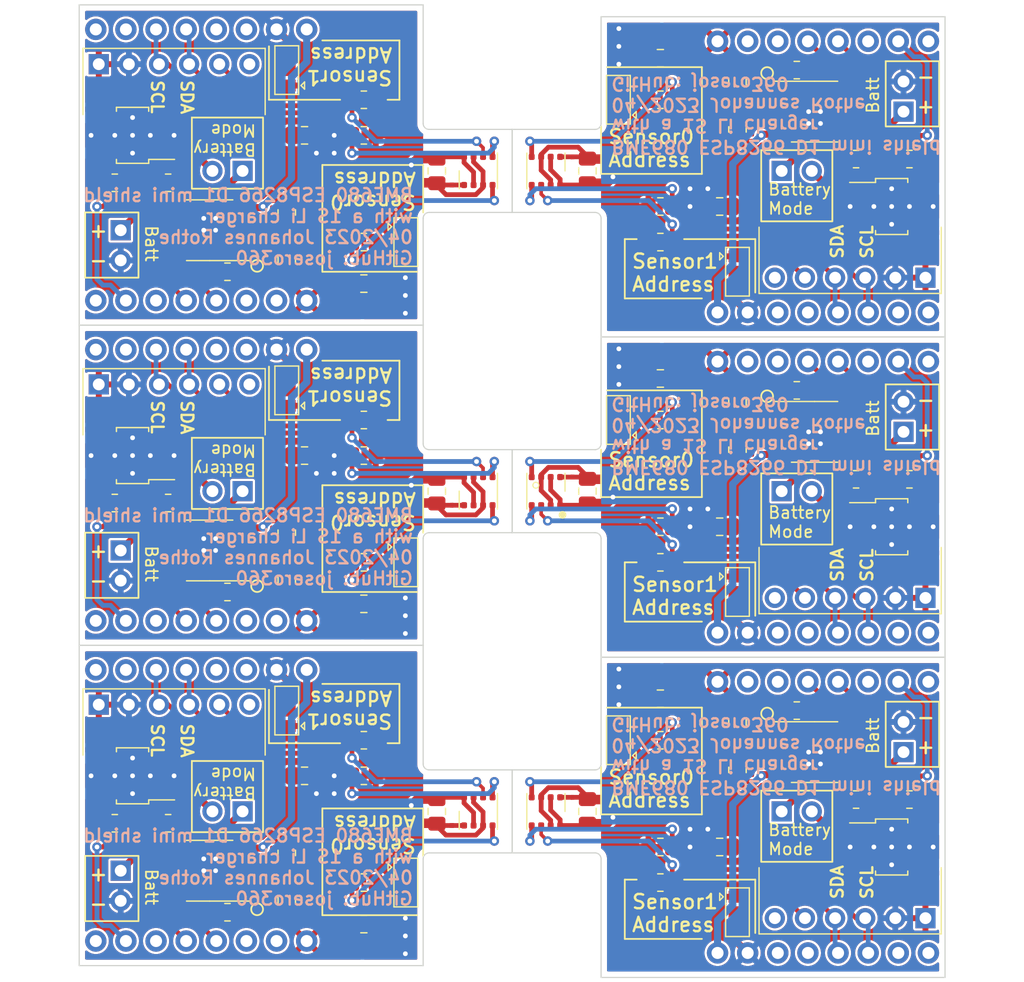
<source format=kicad_pcb>
(kicad_pcb (version 20221018) (generator pcbnew)
  (layers (0 "F.Cu" signal) (31 "B.Cu" signal) (34 "B.Paste" user) (35 "F.Paste" user) (36 "B.SilkS" user "B.Silkscreen") (37 "F.SilkS" user "F.Silkscreen") (38 "B.Mask" user) (39 "F.Mask" user) (44 "Edge.Cuts" user))
  (net 0 "")
  (net 1 "GND")
  (net 2 "Net-(J101-Pin_3)")
  (net 3 "Net-(J101-Pin_4)")
  (net 4 "Net-(J101-Pin_5)")
  (net 6 "+BATT")
  (net 7 "Net-(JP102-C)")
  (net 8 "Net-(JP103-B)")
  (net 9 "Net-(U101-SDO)")
  (net 10 "Net-(U102-A0)")
  (net 11 "+5V")
  (net 12 "Net-(U104-SELI)")
  (net 13 "Net-(U104-SELV)")
  (net 14 "CHG_EN")
  (net 17 "~{CHG}")
  (net 20 "+3V3")
  (footprint "Jumper:SolderJumper-3_P1.3mm_Open_Pad1.0x1.5mm" (layer "F.Cu") (at 109.5 77 -90)
    (fp_text reference "JP101" hide)
    (fp_text value "Jumper_3_Open")
  )
  (footprint "Package_TO_SOT_SMD:SOT-89-5_Handsoldering" (layer "F.Cu") (at 58.5 92.5 180)
    (fp_text reference "U103" hide)
    (fp_text value "AP7361C-33E")
  )
  (footprint "Resistor_SMD:R_0805_2012Metric_Pad1.20x1.40mm_HandSolder" (layer "F.Cu") (at 78 89.5 180)
    (fp_text reference "R103" hide)
    (fp_text value "4k7")
  )
  (footprint "Capacitor_SMD:C_0805_2012Metric_Pad1.18x1.45mm_HandSolder" (layer "F.Cu") (at 96.85 41.5 -90)
    (fp_text reference "C101" hide)
    (fp_text value "100n")
  )
  (footprint "Connector_PinHeader_2.54mm:PinHeader_1x02_P2.54mm_Vertical" (layer "F.Cu") (at 57.5 73.5)
    (fp_text reference "J102" hide)
    (fp_text value "Conn_01x02_Socket")
  )
  (footprint "Jumper:SolderJumper-3_P1.3mm_Open_Pad1.0x1.5mm" (layer "F.Cu") (at 71.5 87 90)
    (fp_text reference "JP101" hide)
    (fp_text value "Jumper_3_Open")
  )
  (footprint "Jumper:SolderJumper-3_P1.3mm_Open_Pad1.0x1.5mm" (layer "F.Cu") (at 99.4625 62.5 90)
    (fp_text reference "JP102" hide)
    (fp_text value "Jumper_3_Open")
  )
  (footprint "Package_SO:SOIC-8_3.9x4.9mm_P1.27mm" (layer "F.Cu") (at 65 46.5 180)
    (fp_text reference "U104" hide)
    (fp_text value "MAX1811")
  )
  (footprint "Package_LGA:Bosch_LGA-8_3x3mm_P0.8mm_ClockwisePinNumbering" (layer "F.Cu") (at 93.35 95.5 180)
    (fp_text reference "U101" hide)
    (fp_text value "BME680")
  )
  (footprint "Resistor_SMD:R_0805_2012Metric_Pad1.20x1.40mm_HandSolder" (layer "F.Cu") (at 124 40.5)
    (fp_text reference "R105" hide)
    (fp_text value "R")
  )
  (footprint "Capacitor_SMD:C_0805_2012Metric_Pad1.18x1.45mm_HandSolder" (layer "F.Cu") (at 108 98.5 180)
    (fp_text reference "C103" hide)
    (fp_text value "10µ")
  )
  (footprint "Capacitor_SMD:C_0805_2012Metric_Pad1.18x1.45mm_HandSolder" (layer "F.Cu") (at 103 32 180)
    (fp_text reference "C102" hide)
    (fp_text value "10µ")
  )
  (footprint "Capacitor_SMD:C_0805_2012Metric_Pad1.18x1.45mm_HandSolder" (layer "F.Cu") (at 78 51)
    (fp_text reference "C102" hide)
    (fp_text value "10µ")
  )
  (footprint "Connector_PinHeader_2.54mm:PinHeader_1x02_P2.54mm_Vertical" (layer "F.Cu") (at 67.775 41.5 -90)
    (fp_text reference "JP103" hide)
    (fp_text value "Jumper_2_Bridged")
  )
  (footprint "Connector_PinHeader_2.54mm:PinHeader_1x02_P2.54mm_Vertical" (layer "F.Cu") (at 67.775 95.5 -90)
    (fp_text reference "JP103" hide)
    (fp_text value "Jumper_2_Bridged")
  )
  (footprint "Capacitor_SMD:C_0805_2012Metric_Pad1.18x1.45mm_HandSolder" (layer "F.Cu") (at 73 92.5)
    (fp_text reference "C103" hide)
    (fp_text value "10µ")
  )
  (footprint "Capacitor_SMD:C_0805_2012Metric_Pad1.18x1.45mm_HandSolder" (layer "F.Cu") (at 78 105)
    (fp_text reference "C102" hide)
    (fp_text value "10µ")
  )
  (footprint "Connector_PinHeader_2.54mm:PinHeader_1x02_P2.54mm_Vertical" (layer "F.Cu") (at 113.225 41.5 90)
    (fp_text reference "JP103" hide)
    (fp_text value "Jumper_2_Bridged")
  )
  (footprint "Package_SO:SOIC-8_3.9x4.9mm_P1.27mm" (layer "F.Cu") (at 65 100.5 180)
    (fp_text reference "U104" hide)
    (fp_text value "MAX1811")
  )
  (footprint "Resistor_SMD:R_0805_2012Metric_Pad1.20x1.40mm_HandSolder" (layer "F.Cu") (at 78 101.5 180)
    (fp_text reference "R101" hide)
    (fp_text value "4k7")
  )
  (footprint "Resistor_SMD:R_0805_2012Metric_Pad1.20x1.40mm_HandSolder" (layer "F.Cu") (at 119.5 67.5)
    (fp_text reference "R104" hide)
    (fp_text value "R")
  )
  (footprint "Capacitor_SMD:C_0805_2012Metric_Pad1.18x1.45mm_HandSolder" (layer "F.Cu") (at 78 78)
    (fp_text reference "C102" hide)
    (fp_text value "10µ")
  )
  (footprint "Jumper:SolderJumper-3_P1.3mm_Open_Pad1.0x1.5mm" (layer "F.Cu") (at 81.5375 101.5 -90)
    (fp_text reference "JP102" hide)
    (fp_text value "Jumper_3_Open")
  )
  (footprint "Connector_PinHeader_2.54mm:PinHeader_1x02_P2.54mm_Vertical" (layer "F.Cu") (at 123.5 36.5 180)
    (fp_text reference "J102" hide)
    (fp_text value "Conn_01x02_Socket")
  )
  (footprint "Package_LGA:Bosch_LGA-8_3x3mm_P0.8mm_ClockwisePinNumbering" (layer "F.Cu") (at 87.65 68.5)
    (fp_text reference "U101" hide)
    (fp_text value "BME680")
  )
  (footprint "ESP8266:wemos-d1-mini-connectors-only" (layer "F.Cu") (at 116.71 69.002024)
    (fp_text reference "U102" hide)
    (fp_text value "ESP8266_WeMos_D1_mini")
  )
  (footprint "Connector_PinHeader_2.54mm:PinHeader_1x02_P2.54mm_Vertical" (layer "F.Cu") (at 57.5 46.5)
    (fp_text reference "J102" hide)
    (fp_text value "Conn_01x02_Socket")
  )
  (footprint "Package_TO_SOT_SMD:SOT-89-5_Handsoldering" (layer "F.Cu") (at 58.5 65.5 180)
    (fp_text reference "U103" hide)
    (fp_text value "AP7361C-33E")
  )
  (footprint "Capacitor_SMD:C_0805_2012Metric_Pad1.18x1.45mm_HandSolder" (layer "F.Cu") (at 103 59 180)
    (fp_text reference "C102" hide)
    (fp_text value "10µ")
  )
  (footprint "Capacitor_SMD:C_0805_2012Metric_Pad1.18x1.45mm_HandSolder" (layer "F.Cu") (at 96.85 95.5 -90)
    (fp_text reference "C101" hide)
    (fp_text value "100n")
  )
  (footprint "Connector_PinHeader_2.54mm:PinHeader_1x02_P2.54mm_Vertical" (layer "F.Cu") (at 57.5 100.5)
    (fp_text reference "J102" hide)
    (fp_text value "Conn_01x02_Socket")
  )
  (footprint "Connector_PinHeader_2.54mm:PinHeader_1x02_P2.54mm_Vertical" (layer "F.Cu") (at 67.775 68.5 -90)
    (fp_text reference "JP103" hide)
    (fp_text value "Jumper_2_Bridged")
  )
  (footprint "ESP8266:wemos-d1-mini-connectors-only" (layer "F.Cu") (at 116.71 42.002024)
    (fp_text reference "U102" hide)
    (fp_text value "ESP8266_WeMos_D1_mini")
  )
  (footprint "Connector_PinHeader_2.54mm:PinHeader_1x02_P2.54mm_Vertical" (layer "F.Cu") (at 123.5 90.5 180)
    (fp_text reference "J102" hide)
    (fp_text value "Conn_01x02_Socket")
  )
  (footprint "Resistor_SMD:R_0805_2012Metric_Pad1.20x1.40mm_HandSolder" (layer "F.Cu") (at 103 98.5)
    (fp_text reference "R102" hide)
    (fp_text value "4k7")
  )
  (footprint "Resistor_SMD:R_0805_2012Metric_Pad1.20x1.40mm_HandSolder" (layer "F.Cu") (at 66.5 77 180)
    (fp_text reference "R108" hide)
    (fp_text value "100k")
  )
  (footprint "ESP8266:wemos-d1-mini-connectors-only" (layer "F.Cu") (at 64.29 94.997976 180)
    (fp_text reference "U102" hide)
    (fp_text value "ESP8266_WeMos_D1_mini")
  )
  (footprint "Package_SO:SOIC-8_3.9x4.9mm_P1.27mm" (layer "F.Cu") (at 116 63.5)
    (fp_text reference "U104" hide)
    (fp_text value "MAX1811")
  )
  (footprint "Resistor_SMD:R_0805_2012Metric_Pad1.20x1.40mm_HandSolder" (layer "F.Cu") (at 71.5 76 90)
    (fp_text reference "R107" hide)
    (fp_text value "100k")
  )
  (footprint "Package_LGA:Bosch_LGA-8_3x3mm_P0.8mm_ClockwisePinNumbering" (layer "F.Cu") (at 87.65 41.5)
    (fp_text reference "U101" hide)
    (fp_text value "BME680")
  )
  (footprint "Connector_PinHeader_2.54mm:PinHeader_1x06_P2.54mm_Vertical" (layer "F.Cu") (at 55.65 59.5 90)
    (fp_text reference "J101" hide)
    (fp_text value "Conn_01x06")
  )
  (footprint "Capacitor_SMD:C_0805_2012Metric_Pad1.18x1.45mm_HandSolder" (layer "F.Cu") (at 108 71.5 180)
    (fp_text reference "C103" hide)
    (fp_text value "10µ")
  )
  (footprint "Resistor_SMD:R_0805_2012Metric_Pad1.20x1.40mm_HandSolder" (layer "F.Cu") (at 103 89.5)
    (fp_text reference "R101" hide)
    (fp_text value "4k7")
  )
  (footprint "Capacitor_SMD:C_0805_2012Metric_Pad1.18x1.45mm_HandSolder" (layer "F.Cu") (at 73 38.5)
    (fp_text reference "C103" hide)
    (fp_text value "10µ")
  )
  (footprint "Resistor_SMD:R_0805_2012Metric_Pad1.20x1.40mm_HandSolder" (layer "F.Cu") (at 103 71.5)
    (fp_text reference "R102" hide)
    (fp_text value "4k7")
  )
  (footprint "Resistor_SMD:R_0805_2012Metric_Pad1.20x1.40mm_HandSolder" (layer "F.Cu") (at 71.5 45 -90)
    (fp_text reference "R106" hide)
    (fp_text value "100k")
  )
  (footprint "Capacitor_SMD:C_0805_2012Metric_Pad1.18x1.45mm_HandSolder" (layer "F.Cu") (at 103 86 180)
    (fp_text reference "C102" hide)
    (fp_text value "10µ")
  )
  (footprint "Capacitor_SMD:C_0805_2012Metric_Pad1.18x1.45mm_HandSolder" (layer "F.Cu") (at 108 44.5 180)
    (fp_text reference "C103" hide)
    (fp_text value "10µ")
  )
  (footprint "Resistor_SMD:R_0805_2012Metric_Pad1.20x1.40mm_HandSolder" (layer "F.Cu") (at 109.5 65 90)
    (fp_text reference "R106" hide)
    (fp_text value "100k")
  )
  (footprint "Resistor_SMD:R_0805_2012Metric_Pad1.20x1.40mm_HandSolder" (layer "F.Cu") (at 119.5 40.5)
    (fp_text reference "R104" hide)
    (fp_text value "R")
  )
  (footprint "Package_SO:SOIC-8_3.9x4.9mm_P1.27mm" (layer "F.Cu") (at 116 90.5)
    (fp_text reference "U104" hide)
    (fp_text value "MAX1811")
  )
  (footprint "ESP8266:wemos-d1-mini-connectors-only" (layer "F.Cu") (at 64.29 67.997976 180)
    (fp_text reference "U102" hide)
    (fp_text value "ESP8266_WeMos_D1_mini")
  )
  (footprint "Connector_PinHeader_2.54mm:PinHeader_1x06_P2.54mm_Vertical" (layer "F.Cu") (at 125.35 50.5 -90)
    (fp_text reference "J101" hide)
    (fp_text value "Conn_01x06")
  )
  (footprint "Package_TO_SOT_SMD:SOT-89-5_Handsoldering" (layer "F.Cu") (at 58.5 38.5 180)
    (fp_text reference "U103" hide)
    (fp_text value "AP7361C-33E")
  )
  (footprint "Resistor_SMD:R_0805_2012Metric_Pad1.20x1.40mm_HandSolder" (layer "F.Cu") (at 71.5 49 90)
    (fp_text reference "R107" hide)
    (fp_text value "100k")
  )
  (footprint "Resistor_SMD:R_0805_2012Metric_Pad1.20x1.40mm_HandSolder" (layer "F.Cu") (at 103 44.5)
    (fp_text reference "R102" hide)
    (fp_text value "4k7")
  )
  (footprint "Resistor_SMD:R_0805_2012Metric_Pad1.20x1.40mm_HandSolder" (layer "F.Cu") (at 71.5 72 -90)
    (fp_text reference "R106" hide)
    (fp_text value "100k")
  )
  (footprint "Resistor_SMD:R_0805_2012Metric_Pad1.20x1.40mm_HandSolder" (layer "F.Cu") (at 78 35.5 180)
    (fp_text reference "R103" hide)
    (fp_text value "4k7")
  )
  (footprint "Resistor_SMD:R_0805_2012Metric_Pad1.20x1.40mm_HandSolder" (layer "F.Cu") (at 103 62.5)
    (fp_text reference "R101" hide)
    (fp_text value "4k7")
  )
  (footprint "Resistor_SMD:R_0805_2012Metric_Pad1.20x1.40mm_HandSolder" (layer "F.Cu") (at 124 67.5)
    (fp_text reference "R105" hide)
    (fp_text value "R")
  )
  (footprint "Jumper:SolderJumper-3_P1.3mm_Open_Pad1.0x1.5mm" (layer "F.Cu") (at 71.5 33 90)
    (fp_text reference "JP101" hide)
    (fp_text value "Jumper_3_Open")
  )
  (footprint "Connector_PinHeader_2.54mm:PinHeader_1x02_P2.54mm_Vertical" (layer "F.Cu") (at 113.225 68.5 90)
    (fp_text reference "JP103" hide)
    (fp_text value "Jumper_2_Bridged")
  )
  (footprint "Connector_PinHeader_2.54mm:PinHeader_1x06_P2.54mm_Vertical" (layer "F.Cu") (at 125.35 104.5 -90)
    (fp_text reference "J101" hide)
    (fp_text value "Conn_01x06")
  )
  (footprint "Resistor_SMD:R_0805_2012Metric_Pad1.20x1.40mm_HandSolder" (layer "F.Cu") (at 57 69.5 180)
    (fp_text reference "R105" hide)
    (fp_text value "R")
  )
  (footprint "Jumper:SolderJumper-3_P1.3mm_Open_Pad1.0x1.5mm" (layer "F.Cu") (at 71.5 60 90)
    (fp_text reference "JP101" hide)
    (fp_text value "Jumper_3_Open")
  )
  (footprint "Resistor_SMD:R_0805_2012Metric_Pad1.20x1.40mm_HandSolder" (layer "F.Cu") (at 109.5 38 90)
    (fp_text reference "R106" hide)
    (fp_text value "100k")
  )
  (footprint "Resistor_SMD:R_0805_2012Metric_Pad1.20x1.40mm_HandSolder" (layer "F.Cu") (at 103 101.5)
    (fp_text reference "R103" hide)
    (fp_text value "4k7")
  )
  (footprint "Resistor_SMD:R_0805_2012Metric_Pad1.20x1.40mm_HandSolder" (layer "F.Cu") (at 61.5 42.5 180)
    (fp_text reference "R104" hide)
    (fp_text value "R")
  )
  (footprint "Capacitor_SMD:C_0805_2012Metric_Pad1.18x1.45mm_HandSolder" (layer "F.Cu") (at 96.85 68.5 -90)
    (fp_text reference "C101" hide)
    (fp_text value "100n")
  )
  (footprint "Resistor_SMD:R_0805_2012Metric_Pad1.20x1.40mm_HandSolder" (layer "F.Cu") (at 109.5 61 -90)
    (fp_text reference "R107" hide)
    (fp_text value "100k")
  )
  (footprint "Package_TO_SOT_SMD:SOT-89-5_Handsoldering" (layer "F.Cu") (at 122.5 44.5)
    (fp_text reference "U103" hide)
    (fp_text value "AP7361C-33E")
  )
  (footprint "Capacitor_SMD:C_0805_2012Metric_Pad1.18x1.45mm_HandSolder" (layer "F.Cu") (at 84.15 68.5 90)
    (fp_text reference "C101" hide)
    (fp_text value "100n")
  )
  (footprint "Resistor_SMD:R_0805_2012Metric_Pad1.20x1.40mm_HandSolder" (layer "F.Cu") (at 78 74.5 180)
    (fp_text reference "R101" hide)
    (fp_text value "4k7")
  )
  (footprint "Connector_PinHeader_2.54mm:PinHeader_1x06_P2.54mm_Vertical" (layer "F.Cu") (at 55.65 32.5 90)
    (fp_text reference "J101" hide)
    (fp_text value "Conn_01x06")
  )
  (footprint "Jumper:SolderJumper-3_P1.3mm_Open_Pad1.0x1.5mm" (layer "F.Cu") (at 81.5375 47.5 -90)
    (fp_text reference "JP102" hide)
    (fp_text value "Jumper_3_Open")
  )
  (footprint "Connector_PinHeader_2.54mm:PinHeader_1x06_P2.54mm_Vertical" (layer "F.Cu") (at 55.65 86.5 90)
    (fp_text reference "J101" hide)
    (fp_text value "Conn_01x06")
  )
  (footprint "Package_SO:SOIC-8_3.9x4.9mm_P1.27mm" (layer "F.Cu") (at 116 36.5)
    (fp_text reference "U104" hide)
    (fp_text value "MAX1811")
  )
  (footprint "Resistor_SMD:R_0805_2012Metric_Pad1.20x1.40mm_HandSolder" (layer "F.Cu") (at 109.5 34 -90)
    (fp_text reference "R107" hide)
    (fp_text value "100k")
  )
  (footprint "Jumper:SolderJumper-3_P1.3mm_Open_Pad1.0x1.5mm" (layer "F.Cu") (at 99.4625 35.5 90)
    (fp_text reference "JP102" hide)
    (fp_text value "Jumper_3_Open")
  )
  (footprint "Resistor_SMD:R_0805_2012Metric_Pad1.20x1.40mm_HandSolder" (layer "F.Cu") (at 61.5 96.5 180)
    (fp_text reference "R104" hide)
    (fp_text value "R")
  )
  (footprint "Package_LGA:Bosch_LGA-8_3x3mm_P0.8mm_ClockwisePinNumbering" (layer "F.Cu") (at 87.65 95.5)
    (fp_text reference "U101" hide)
    (fp_text value "BME680")
  )
  (footprint "Resistor_SMD:R_0805_2012Metric_Pad1.20x1.40mm_HandSolder" (layer "F.Cu") (at 103 35.5)
    (fp_text reference "R101" hide)
    (fp_text value "4k7")
  )
  (footprint "Resistor_SMD:R_0805_2012Metric_Pad1.20x1.40mm_HandSolder" (layer "F.Cu") (at 103 47.5)
    (fp_text reference "R103" hide)
    (fp_text value "4k7")
  )
  (footprint "Connector_PinHeader_2.54mm:PinHeader_1x06_P2.54mm_Vertical" (layer "F.Cu") (at 125.35 77.5 -90)
    (fp_text reference "J101" hide)
    (fp_text value "Conn_01x06")
  )
  (footprint "Resistor_SMD:R_0805_2012Metric_Pad1.20x1.40mm_HandSolder" (layer "F.Cu") (at 124 94.5)
    (fp_text reference "R105" hide)
    (fp_text value "R")
  )
  (footprint "Resistor_SMD:R_0805_2012Metric_Pad1.20x1.40mm_HandSolder" (layer "F.Cu") (at 103 74.5)
    (fp_text reference "R103" hide)
    (fp_text value "4k7")
  )
  (footprint "Resistor_SMD:R_0805_2012Metric_Pad1.20x1.40mm_HandSolder" (layer "F.Cu") (at 78 92.5 180)
    (fp_text reference "R102" hide)
    (fp_text value "4k7")
  )
  (footprint "Jumper:SolderJumper-3_P1.3mm_Open_Pad1.0x1.5mm" (layer "F.Cu") (at 99.4625 89.5 90)
    (fp_text reference "JP102" hide)
    (fp_text value "Jumper_3_Open")
  )
  (footprint "Resistor_SMD:R_0805_2012Metric_Pad1.20x1.40mm_HandSolder" (layer "F.Cu") (at 114.5 87)
    (fp_text reference "R108" hide)
    (fp_text value "100k")
  )
  (footprint "Capacitor_SMD:C_0805_2012Metric_Pad1.18x1.45mm_HandSolder" (layer "F.Cu") (at 73 65.5)
    (fp_text reference "C103" hide)
    (fp_text value "10µ")
  )
  (footprint "Resistor_SMD:R_0805_2012Metric_Pad1.20x1.40mm_HandSolder" (layer "F.Cu") (at 119.5 94.5)
    (fp_text reference "R104" hide)
    (fp_text value "R")
  )
  (footprint "Package_LGA:Bosch_LGA-8_3x3mm_P0.8mm_ClockwisePinNumbering" (layer "F.Cu") (at 93.35 41.5 180)
    (fp_text reference "U101" hide)
    (fp_text value "BME680")
  )
  (footprint "Resistor_SMD:R_0805_2012Metric_Pad1.20x1.40mm_HandSolder" (layer "F.Cu") (at 78 47.5 180)
    (fp_text reference "R101" hide)
    (fp_text value "4k7")
  )
  (footprint "Capacitor_SMD:C_0805_2012Metric_Pad1.18x1.45mm_HandSolder" (layer "F.Cu") (at 84.15 41.5 90)
    (fp_text reference "C101" hide)
    (fp_text value "100n")
  )
  (footprint "Resistor_SMD:R_0805_2012Metric_Pad1.20x1.40mm_HandSolder" (layer "F.Cu") (at 78 65.5 180)
    (fp_text reference "R102" hide)
    (fp_text value "4k7")
  )
  (footprint "Resistor_SMD:R_0805_2012Metric_Pad1.20x1.40mm_HandSolder" (layer "F.Cu") (at 71.5 99 -90)
    (fp_text reference "R106" hide)
    (fp_text value "100k")
  )
  (footprint "Capacitor_SMD:C_0805_2012Metric_Pad1.18x1.45mm_HandSolder" (layer "F.Cu") (at 84.15 95.5 90)
    (fp_text reference "C101" hide)
    (fp_text value "100n")
  )
  (footprint "Resistor_SMD:R_0805_2012Metric_Pad1.20x1.40mm_HandSolder" (layer "F.Cu") (at 78 62.5 180)
    (fp_text reference "R103" hide)
    (fp_text value "4k7")
  )
  (footprint "Resistor_SMD:R_0805_2012Metric_Pad1.20x1.40mm_HandSolder" (layer "F.Cu") (at 71.5 103 90)
    (fp_text reference "R107" hide)
    (fp_text value "100k")
  )
  (footprint "Resistor_SMD:R_0805_2012Metric_Pad1.20x1.40mm_HandSolder" (layer "F.Cu") (at 78 38.5 180)
    (fp_text reference "R102" hide)
    (fp_text value "4k7")
  )
  (footprint "ESP8266:wemos-d1-mini-connectors-only" (layer "F.Cu") (at 116.71 96.002024)
    (fp_text reference "U102" hide)
    (fp_text value "ESP8266_WeMos_D1_mini")
  )
  (footprint "Resistor_SMD:R_0805_2012Metric_Pad1.20x1.40mm_HandSolder" (layer "F.Cu") (at 114.5 33)
    (fp_text reference "R108" hide)
    (fp_text value "100k")
  )
  (footprint "Resistor_SMD:R_0805_2012Metric_Pad1.20x1.40mm_HandSolder" (layer "F.Cu") (at 66.5 104 180)
    (fp_text reference "R108" hide)
    (fp_text value "100k")
  )
  (footprint "Connector_PinHeader_2.54mm:PinHeader_1x02_P2.54mm_Vertical" (layer "F.Cu") (at 113.225 95.5 90)
    (fp_text reference "JP103" hide)
    (fp_text value "Jumper_2_Bridged")
  )
  (footprint "Package_TO_SOT_SMD:SOT-89-5_Handsoldering" (layer "F.Cu") (at 122.5 98.5)
    (fp_text reference "U103" hide)
    (fp_text value "AP7361C-33E")
  )
  (footprint "Resistor_SMD:R_0805_2012Metric_Pad1.20x1.40mm_HandSolder" (layer "F.Cu") (at 57 96.5 180)
    (fp_text reference "R105" hide)
    (fp_text value "R")
  )
  (footprint "Resistor_SMD:R_0805_2012Metric_Pad1.20x1.40mm_HandSolder" (layer "F.Cu") (at 114.5 60)
    (fp_text reference "R108" hide)
    (fp_text value "100k")
  )
  (footprint "Jumper:SolderJumper-3_P1.3mm_Open_Pad1.0x1.5mm" (layer "F.Cu") (at 109.5 50 -90)
    (fp_text reference "JP101" hide)
    (fp_text value "Jumper_3_Open")
  )
  (footprint "Package_TO_SOT_SMD:SOT-89-5_Handsoldering" (layer "F.Cu") (at 122.5 71.5)
    (fp_text reference "U103" hide)
    (fp_text value "AP7361C-33E")
  )
  (footprint "Package_SO:SOIC-8_3.9x4.9mm_P1.27mm" (layer "F.Cu") (at 65 73.5 180)
    (fp_text reference "U104" hide)
    (fp_text value "MAX1811")
  )
  (footprint "Resistor_SMD:R_0805_2012Metric_Pad1.20x1.40mm_HandSolder" (layer "F.Cu") (at 57 42.5 180)
    (fp_text reference "R105" hide)
    (fp_text value "R")
  )
  (footprint "Resistor_SMD:R_0805_2012Metric_Pad1.20x1.40mm_HandSolder" (layer "F.Cu") (at 109.5 88 -90)
    (fp_text reference "R107" hide)
    (fp_text value "100k")
  )
  (footprint "Resistor_SMD:R_0805_2012Metric_Pad1.20x1.40mm_HandSolder" (layer "F.Cu") (at 109.5 92 90)
    (fp_text reference "R106" hide)
    (fp_text value "100k")
  )
  (footprint "Jumper:SolderJumper-3_P1.3mm_Open_Pad1.0x1.5mm" (layer "F.Cu") (at 109.5 104 -90)
    (fp_text reference "JP101" hide)
    (fp_text value "Jumper_3_Open")
  )
  (footprint "Resistor_SMD:R_0805_2012Metric_Pad1.20x1.40mm_HandSolder" (layer "F.Cu") (at 61.5 69.5 180)
    (fp_text reference "R104" hide)
    (fp_text value "R")
  )
  (footprint "Jumper:SolderJumper-3_P1.3mm_Open_Pad1.0x1.5mm" (layer "F.Cu") (at 81.5375 74.5 -90)
    (fp_text reference "JP102" hide)
    (fp_text value "Jumper_3_Open")
  )
  (footprint "Connector_PinHeader_2.54mm:PinHeader_1x02_P2.54mm_Vertical" (layer "F.Cu") (at 123.5 63.5 180)
    (fp_text reference "J102" hide)
    (fp_text value "Conn_01x02_Socket")
  )
  (footprint "Package_LGA:Bosch_LGA-8_3x3mm_P0.8mm_ClockwisePinNumbering" (layer "F.Cu") (at 93.35 68.5 180)
    (fp_text reference "U101" hide)
    (fp_text value "BME680")
  )
  (footprint "ESP8266:wemos-d1-mini-connectors-only" (layer "F.Cu") (at 64.29 40.997976 180)
    (fp_text reference "U102" hide)
    (fp_text value "ESP8266_WeMos_D1_mini")
  )
  (footprint "Resistor_SMD:R_0805_2012Metric_Pad1.20x1.40mm_HandSolder" (layer "F.Cu") (at 66.5 50 180)
    (fp_text reference "R108" hide)
    (fp_text value "100k")
  )
  (gr_line (start 111 74.5) (end 111 79) (stroke (width 0.15)) (layer "F.SilkS"))
  (gr_line (start 100 74.5) (end 100 79.5) (stroke (width 0.15)) (layer "F.SilkS"))
  (gr_rect (start 59 104.75) (end 54.5 99.25) (stroke (width 0.15)) (fill none) (layer "F.SilkS"))
  (gr_line (start 80 35.5) (end 81 35.5) (stroke (width 0.15)) (layer "F.SilkS"))
  (gr_line (start 106.5 86.75) (end 98.5 86.75) (stroke (width 0.15)) (layer "F.SilkS"))
  (gr_line (start 76 62.5) (end 70 62.5) (stroke (width 0.15)) (layer "F.SilkS"))
  (gr_line (start 83 95.25) (end 74.5 95.25) (stroke (width 0.15)) (layer "F.SilkS"))
  (gr_line (start 81 35.5) (end 81 30.5) (stroke (width 0.15)) (layer "F.SilkS"))
  (gr_rect (start 54.5 72) (end 59 77.5) (stroke (width 0.15)) (fill none) (layer "F.SilkS"))
  (gr_line (start 111 101.25) (end 111 105.75) (stroke (width 0.15)) (layer "F.SilkS"))
  (gr_line (start 74.5 50) (end 82.5 50) (stroke (width 0.15)) (layer "F.SilkS"))
  (gr_line (start 101 74.5) (end 100 74.5) (stroke (width 0.15)) (layer "F.SilkS"))
  (gr_line (start 83 45) (end 83 41) (stroke (width 0.15)) (layer "F.SilkS"))
  (gr_line (start 76 35.5) (end 70 35.5) (stroke (width 0.15)) (layer "F.SilkS"))
  (gr_circle (center 112 87.25) (end 112 87.75) (stroke (width 0.15)) (fill none) (layer "F.SilkS"))
  (gr_line (start 81 84.75) (end 74.5 84.75) (stroke (width 0.15)) (layer "F.SilkS"))
  (gr_line (start 106.5 32.75) (end 98.5 32.75) (stroke (width 0.15)) (layer "F.SilkS"))
  (gr_rect (start 63.5 64) (end 69.5 70) (stroke (width 0.15)) (fill none) (layer "F.SilkS"))
  (gr_rect (start 111.5 93.75) (end 117.5 99.75) (stroke (width 0.15)) (fill none) (layer "F.SilkS"))
  (gr_line (start 111 47.25) (end 111 51.75) (stroke (width 0.15)) (layer "F.SilkS"))
  (gr_line (start 106.5 60) (end 98.5 60) (stroke (width 0.15)) (layer "F.SilkS"))
  (gr_line (start 83 41) (end 74.5 41) (stroke (width 0.15)) (layer "F.SilkS"))
  (gr_circle (center 112 33.25) (end 112 33.75) (stroke (width 0.15)) (fill none) (layer "F.SilkS"))
  (gr_line (start 80 62.5) (end 81 62.5) (stroke (width 0.15)) (layer "F.SilkS"))
  (gr_rect (start 122 32.25) (end 126.5 37.75) (stroke (width 0.15)) (fill none) (layer "F.SilkS"))
  (gr_line (start 98 69) (end 106.5 69) (stroke (width 0.15)) (layer "F.SilkS"))
  (gr_line (start 106.5 95.75) (end 106.5 86.75) (stroke (width 0.15)) (layer "F.SilkS"))
  (gr_line (start 83 72) (end 83 68) (stroke (width 0.15)) (layer "F.SilkS"))
  (gr_line (start 98 37.75) (end 98 41.75) (stroke (width 0.15)) (layer "F.SilkS"))
  (gr_rect (start 122 59.5) (end 126.5 65) (stroke (width 0.15)) (fill none) (layer "F.SilkS"))
  (gr_line (start 74.5 77) (end 82.5 77) (stroke (width 0.15)) (layer "F.SilkS"))
  (gr_line (start 98 95.75) (end 106.5 95.75) (stroke (width 0.15)) (layer "F.SilkS"))
  (gr_line (start 70 35.5) (end 70 31) (stroke (width 0.15)) (layer "F.SilkS"))
  (gr_circle (center 112 60.5) (end 112 61) (stroke (width 0.15)) (fill none) (layer "F.SilkS"))
  (gr_line (start 98 65) (end 98 69) (stroke (width 0.15)) (layer "F.SilkS"))
  (gr_rect (start 63.5 37) (end 69.5 43) (stroke (width 0.15)) (fill none) (layer "F.SilkS"))
  (gr_line (start 81 89.75) (end 81 84.75) (stroke (width 0.15)) (layer "F.SilkS"))
  (gr_rect (start 111.5 39.75) (end 117.5 45.75) (stroke (width 0.15)) (fill none) (layer "F.SilkS"))
  (gr_circle (center 69 103.75) (end 69 103.25) (stroke (width 0.15)) (fill none) (layer "F.SilkS"))
  (gr_line (start 76 89.75) (end 70 89.75) (stroke (width 0.15)) (layer "F.SilkS"))
  (gr_rect (start 111.5 67) (end 117.5 73) (stroke (width 0.15)) (fill none) (layer "F.SilkS"))
  (gr_line (start 100 79.5) (end 106.5 79.5) (stroke (width 0.15)) (layer "F.SilkS"))
  (gr_line (start 106.5 41.75) (end 106.5 32.75) (stroke (width 0.15)) (layer "F.SilkS"))
  (gr_line (start 83 99.25) (end 83 95.25) (stroke (width 0.15)) (layer "F.SilkS"))
  (gr_line (start 70 62.5) (end 70 58) (stroke (width 0.15)) (layer "F.SilkS"))
  (gr_line (start 98 91.75) (end 98 95.75) (stroke (width 0.15)) (layer "F.SilkS"))
  (gr_line (start 83 68) (end 74.5 68) (stroke (width 0.15)) (layer "F.SilkS"))
  (gr_rect (start 122 86.25) (end 126.5 91.75) (stroke (width 0.15)) (fill none) (layer "F.SilkS"))
  (gr_line (start 81 57.5) (end 74.5 57.5) (stroke (width 0.15)) (layer "F.SilkS"))
  (gr_line (start 100 101.25) (end 100 106.25) (stroke (width 0.15)) (layer "F.SilkS"))
  (gr_line (start 106.5 69) (end 106.5 60) (stroke (width 0.15)) (layer "F.SilkS"))
  (gr_rect (start 54.5 45) (end 59 50.5) (stroke (width 0.15)) (fill none) (layer "F.SilkS"))
  (gr_circle (center 94.75 70.5) (end 95 70.5) (stroke (width 0.15)) (fill solid) (layer "F.SilkS"))
  (gr_line (start 105 74.5) (end 111 74.5) (stroke (width 0.15)) (layer "F.SilkS"))
  (gr_line (start 105 47.25) (end 111 47.25) (stroke (width 0.15)) (layer "F.SilkS"))
  (gr_line (start 81 30.5) (end 74.5 30.5) (stroke (width 0.15)) (layer "F.SilkS"))
  (gr_line (start 70 89.75) (end 70 85.25) (stroke (width 0.15)) (layer "F.SilkS"))
  (gr_circle (center 69 49.5) (end 69 49) (stroke (width 0.15)) (fill none) (layer "F.SilkS"))
  (gr_line (start 101 47.25) (end 100 47.25) (stroke (width 0.15)) (layer "F.SilkS"))
  (gr_line (start 81 62.5) (end 81 57.5) (stroke (width 0.15)) (layer "F.SilkS"))
  (gr_line (start 74.5 95.25) (end 74.5 104.25) (stroke (width 0.15)) (layer "F.SilkS"))
  (gr_line (start 74.5 68) (end 74.5 77) (stroke (width 0.15)) (layer "F.SilkS"))
  (gr_line (start 100 106.25) (end 106.5 106.25) (stroke (width 0.15)) (layer "F.SilkS"))
  (gr_circle (center 92.5 68) (end 92.75 68) (stroke (width 0.1)) (fill none) (layer "F.SilkS"))
  (gr_line (start 105 101.25) (end 111 101.25) (stroke (width 0.15)) (layer "F.SilkS"))
  (gr_line (start 80 89.75) (end 81 89.75) (stroke (width 0.15)) (layer "F.SilkS"))
  (gr_line (start 74.5 41) (end 74.5 50) (stroke (width 0.15)) (layer "F.SilkS"))
  (gr_line (start 100 52.25) (end 106.5 52.25) (stroke (width 0.15)) (layer "F.SilkS"))
  (gr_circle (center 69 76.5) (end 69 76) (stroke (width 0.15)) (fill none) (layer "F.SilkS"))
  (gr_line (start 98 41.75) (end 106.5 41.75) (stroke (width 0.15)) (layer "F.SilkS"))
  (gr_rect (start 69.5 97.25) (end 63.5 91.25) (stroke (width 0.15)) (fill none) (layer "F.SilkS"))
  (gr_line (start 74.5 104.25) (end 82.5 104.25) (stroke (width 0.15)) (layer "F.SilkS"))
  (gr_line (start 100 47.25) (end 100 52.25) (stroke (width 0.15)) (layer "F.SilkS"))
  (gr_line (start 101 101.25) (end 100 101.25) (stroke (width 0.15)) (layer "F.SilkS"))
  (gr_line (start 54 81.5) (end 83 81.5) (stroke (width 0.1)) (layer "Edge.Cuts"))
  (gr_line (start 98 55.5) (end 127 55.5) (stroke (width 0.1)) (layer "Edge.Cuts"))
  (gr_line (start 127 55.5) (end 127 82.5) (stroke (width 0.1)) (layer "Edge.Cuts"))
  (gr_line (start 54 81.5) (end 54 54.5) (stroke (width 0.1)) (layer "Edge.Cuts"))
  (gr_line (start 90.5 65) (end 97.5 65) (stroke (width 0.1)) (layer "Edge.Cuts"))
  (gr_line (start 83 54.5) (end 54 54.5) (stroke (width 0.1)) (layer "Edge.Cuts"))
  (gr_arc (start 83.5 38) (mid 83.146447 37.853553) (end 83 37.5) (stroke (width 0.1)) (layer "Edge.Cuts"))
  (gr_line (start 83 54.5) (end 83 64.5) (stroke (width 0.1)) (layer "Edge.Cuts"))
  (gr_line (start 90.5 72) (end 90.5 65) (stroke (width 0.1)) (layer "Edge.Cuts"))
  (gr_line (start 83.5 38) (end 90.5 38) (stroke (width 0.1)) (layer "Edge.Cuts"))
  (gr_line (start 98 28.5) (end 127 28.5) (stroke (width 0.1)) (layer "Edge.Cuts"))
  (gr_line (start 98 82.5) (end 98 72.5) (stroke (width 0.1)) (layer "Edge.Cuts"))
  (gr_line (start 54 54.5) (end 83 54.5) (stroke (width 0.1)) (layer "Edge.Cuts"))
  (gr_arc (start 98 37.5) (mid 97.853553 37.853553) (end 97.5 38) (stroke (width 0.1)) (layer "Edge.Cuts"))
  (gr_arc (start 97.5 99) (mid 97.853553 99.146447) (end 98 99.5) (stroke (width 0.1)) (layer "Edge.Cuts"))
  (gr_line (start 127 109.5) (end 98 109.5) (stroke (width 0.1)) (layer "Edge.Cuts"))
  (gr_line (start 90.5 99) (end 90.5 92) (stroke (width 0.1)) (layer "Edge.Cuts"))
  (gr_arc (start 83 99.5) (mid 83.146447 99.146447) (end 83.5 99) (stroke (width 0.1)) (layer "Edge.Cuts"))
  (gr_arc (start 83 72.5) (mid 83.146447 72.146447) (end 83.5 72) (stroke (width 0.1)) (layer "Edge.Cuts"))
  (gr_line (start 83.5 65) (end 90.5 65) (stroke (width 0.1)) (layer "Edge.Cuts"))
  (gr_line (start 83 72.5) (end 83 81.5) (stroke (width 0.1)) (layer "Edge.Cuts"))
  (gr_arc (start 83.5 92) (mid 83.146447 91.853553) (end 83 91.5) (stroke (width 0.1)) (layer "Edge.Cuts"))
  (gr_line (start 90.5 72) (end 83.5 72) (stroke (width 0.1)) (layer "Edge.Cuts"))
  (gr_line (start 97.5 72) (end 90.5 72) (stroke (width 0.1)) (layer "Edge.Cuts"))
  (gr_line (start 83 81.5) (end 54 81.5) (stroke (width 0.1)) (layer "Edge.Cuts"))
  (gr_line (start 54 27.5) (end 83 27.5) (stroke (width 0.1)) (layer "Edge.Cuts"))
  (gr_arc (start 97.5 72) (mid 97.853553 72.146447) (end 98 72.5) (stroke (width 0.1)) (layer "Edge.Cuts"))
  (gr_line (start 127 82.5) (end 98 82.5) (stroke (width 0.1)) (layer "Edge.Cuts"))
  (gr_line (start 83 81.5) (end 83 91.5) (stroke (width 0.1)) (layer "Edge.Cuts"))
  (gr_line (start 98 109.5) (end 98 99.5) (stroke (width 0.1)) (layer "Edge.Cuts"))
  (gr_line (start 83 45.5) (end 83 54.5) (stroke (width 0.1)) (layer "Edge.Cuts"))
  (gr_line (start 83.5 92) (end 90.5 92) (stroke (width 0.1)) (layer "Edge.Cuts"))
  (gr_line (start 98 55.5) (end 98 45.5) (stroke (width 0.1)) (layer "Edge.Cuts"))
  (gr_line (start 97.5 45) (end 90.5 45) (stroke (width 0.1)) (layer "Edge.Cuts"))
  (gr_line (start 127 82.5) (end 127 109.5) (stroke (width 0.1)) (layer "Edge.Cuts"))
  (gr_arc (start 83.5 65) (mid 83.146447 64.853553) (end 83 64.5) (stroke (width 0.1)) (layer "Edge.Cuts"))
  (gr_line (start 127 55.5) (end 98 55.5) (stroke (width 0.1)) (layer "Edge.Cuts"))
  (gr_line (start 98 82.5) (end 127 82.5) (stroke (width 0.1)) (layer "Edge.Cuts"))
  (gr_line (start 90.5 38) (end 97.5 38) (stroke (width 0.1)) (layer "Edge.Cuts"))
  (gr_line (start 54 108.5) (end 54 81.5) (stroke (width 0.1)) (layer "Edge.Cuts"))
  (gr_line (start 83 27.5) (end 83 37.5) (stroke (width 0.1)) (layer "Edge.Cuts"))
  (gr_line (start 90.5 92) (end 97.5 92) (stroke (width 0.1)) (layer "Edge.Cuts"))
  (gr_line (start 83 108.5) (end 54 108.5) (stroke (width 0.1)) (layer "Edge.Cuts"))
  (gr_arc (start 83 45.5) (mid 83.146447 45.146447) (end 83.5 45) (stroke (width 0.1)) (layer "Edge.Cuts"))
  (gr_line (start 90.5 92) (end 90.5 99) (stroke (width 0.1)) (layer "Edge.Cuts"))
  (gr_line (start 90.5 65) (end 90.5 72) (stroke (width 0.1)) (layer "Edge.Cuts"))
  (gr_line (start 83 99.5) (end 83 108.5) (stroke (width 0.1)) (layer "Edge.Cuts"))
  (gr_line (start 127 28.5) (end 127 55.5) (stroke (width 0.1)) (layer "Edge.Cuts"))
  (gr_line (start 98 37.5) (end 98 28.5) (stroke (width 0.1)) (layer "Edge.Cuts"))
  (gr_arc (start 97.5 45) (mid 97.853553 45.146447) (end 98 45.5) (stroke (width 0.1)) (layer "Edge.Cuts"))
  (gr_line (start 90.5 99) (end 83.5 99) (stroke (width 0.1)) (layer "Edge.Cuts"))
  (gr_line (start 98 64.5) (end 98 55.5) (stroke (width 0.1)) (layer "Edge.Cuts"))
  (gr_line (start 98 91.5) (end 98 82.5) (stroke (width 0.1)) (layer "Edge.Cuts"))
  (gr_line (start 90.5 45) (end 83.5 45) (stroke (width 0.1)) (layer "Edge.Cuts"))
  (gr_line (start 54 54.5) (end 54 27.5) (stroke (width 0.1)) (layer "Edge.Cuts"))
  (gr_arc (start 98 91.5) (mid 97.853553 91.853553) (end 97.5 92) (stroke (width 0.1)) (layer "Edge.Cuts"))
  (gr_line (start 90.5 45) (end 90.5 38) (stroke (width 0.1)) (layer "Edge.Cuts"))
  (gr_arc (start 98 64.5) (mid 97.853553 64.853553) (end 97.5 65) (stroke (width 0.1)) (layer "Edge.Cuts"))
  (gr_line (start 97.5 99) (end 90.5 99) (stroke (width 0.1)) (layer "Edge.Cuts"))
  (gr_line (start 90.5 38) (end 90.5 45) (stroke (width 0.1)) (layer "Edge.Cuts"))
  (gr_text "BME680 ESP8266 D1 mini shield \nwith a 1S Li charger \n04/2023 Johannes Rothe\nGitHub: josero360" (at 98.75 60.5 180) (layer "B.SilkS") (effects (font (size 1.1 1.1) (thickness 0.2) bold) (justify left bottom mirror)))
  (gr_text "BME680 ESP8266 D1 mini shield \nwith a 1S Li charger \n04/2023 Johannes Rothe\nGitHub: josero360" (at 98.75 33.5 180) (layer "B.SilkS") (effects (font (size 1.1 1.1) (thickness 0.2) bold) (justify left bottom mirror)))
  (gr_text "BME680 ESP8266 D1 mini shield \nwith a 1S Li charger \n04/2023 Johannes Rothe\nGitHub: josero360" (at 82.25 76.5) (layer "B.SilkS") (effects (font (size 1.1 1.1) (thickness 0.2) bold) (justify left bottom mirror)))
  (gr_text "BME680 ESP8266 D1 mini shield \nwith a 1S Li charger \n04/2023 Johannes Rothe\nGitHub: josero360" (at 82.25 49.5) (layer "B.SilkS") (effects (font (size 1.1 1.1) (thickness 0.2) bold) (justify left bottom mirror)))
  (gr_text "BME680 ESP8266 D1 mini shield \nwith a 1S Li charger \n04/2023 Johannes Rothe\nGitHub: josero360" (at 98.75 87.5 180) (layer "B.SilkS") (effects (font (size 1.1 1.1) (thickness 0.2) bold) (justify left bottom mirror)))
  (gr_text "BME680 ESP8266 D1 mini shield \nwith a 1S Li charger \n04/2023 Johannes Rothe\nGitHub: josero360" (at 82.25 103.5) (layer "B.SilkS") (effects (font (size 1.1 1.1) (thickness 0.2) bold) (justify left bottom mirror)))
  (gr_text "Sensor0\nAddress\n" (at 82.5 41.5 180) (layer "F.SilkS") (effects (font (size 1.2 1.2) (thickness 0.2)) (justify left bottom)))
  (gr_text "Sensor0\nAddress\n" (at 98.5 95.25) (layer "F.SilkS") (effects (font (size 1.2 1.2) (thickness 0.2)) (justify left bottom)))
  (gr_text "-" (at 124.5 34.25) (layer "F.SilkS") (effects (font (size 1.2 1.2) (thickness 0.2)) (justify left bottom)))
  (gr_text "Sensor1\nAddress" (at 80.5 58 180) (layer "F.SilkS") (effects (font (size 1.2 1.2) (thickness 0.2)) (justify left bottom)))
  (gr_text "Battery \nMode" (at 112 99.25) (layer "F.SilkS") (effects (font (size 1 1)) (justify left bottom)))
  (gr_text "SDA\n" (at 62.5 33.75 -90) (layer "F.SilkS") (effects (font (size 1 1) (thickness 0.2)) (justify left bottom)))
  (gr_text "Batt\n" (at 121.5 64 90) (layer "F.SilkS") (effects (font (size 1 1)) (justify left bottom)))
  (gr_text "SDA\n" (at 62.5 88 -90) (layer "F.SilkS") (effects (font (size 1 1) (thickness 0.2)) (justify left bottom)))
  (gr_text "SCL" (at 121 76.25 90) (layer "F.SilkS") (effects (font (size 1 1) (thickness 0.2) bold) (justify left bottom)))
  (gr_text "SDA\n" (at 62.5 60.75 -90) (layer "F.SilkS") (effects (font (size 1 1) (thickness 0.2)) (justify left bottom)))
  (gr_text "Batt\n" (at 59.5 46 -90) (layer "F.SilkS") (effects (font (size 1 1)) (justify left bottom)))
  (gr_text "+" (at 56.5 46 180) (layer "F.SilkS") (effects (font (size 1.2 1.2) (thickness 0.2)) (justify left bottom)))
  (gr_text "Battery \nMode" (at 69 91.75 180) (layer "F.SilkS") (effects (font (size 1 1)) (justify left bottom)))
  (gr_text "Battery \nMode" (at 69 37.5 180) (layer "F.SilkS") (effects (font (size 1 1)) (justify left bottom)))
  (gr_text "Battery \nMode" (at 112 45.25) (layer "F.SilkS") (effects (font (size 1 1)) (justify left bottom)))
  (gr_text "Sensor1\nAddress" (at 80.5 31 180) (layer "F.SilkS") (effects (font (size 1.2 1.2) (thickness 0.2)) (justify left bottom)))
  (gr_text "SDA\n" (at 118.5 103 90) (layer "F.SilkS") (effects (font (size 1 1) (thickness 0.2)) (justify left bottom)))
  (gr_text "SDA\n" (at 118.5 76.25 90) (layer "F.SilkS") (effects (font (size 1 1) (thickness 0.2)) (justify left bottom)))
  (gr_text "-" (at 56.5 75.5 180) (layer "F.SilkS") (effects (font (size 1.2 1.2) (thickness 0.2)) (justify left bottom)))
  (gr_text "+" (at 124.5 64) (layer "F.SilkS") (effects (font (size 1.2 1.2) (thickness 0.2)) (justify left bottom)))
  (gr_text "SCL" (at 60 88 -90) (layer "F.SilkS") (effects (font (size 1 1) (thickness 0.2) bold) (justify left bottom)))
  (gr_text "-" (at 56.5 48.5 180) (layer "F.SilkS") (effects (font (size 1.2 1.2) (thickness 0.2)) (justify left bottom)))
  (gr_text "Batt\n" (at 59.5 100.25 -90) (layer "F.SilkS") (effects (font (size 1 1)) (justify left bottom)))
  (gr_text "Sensor0\nAddress\n" (at 82.5 95.75 180) (layer "F.SilkS") (effects (font (size 1.2 1.2) (thickness 0.2)) (justify left bottom)))
  (gr_text "Sensor1\nAddress" (at 80.5 85.25 180) (layer "F.SilkS") (effects (font (size 1.2 1.2) (thickness 0.2)) (justify left bottom)))
  (gr_text "SDA\n" (at 118.5 49 90) (layer "F.SilkS") (effects (font (size 1 1) (thickness 0.2)) (justify left bottom)))
  (gr_text "+" (at 124.5 90.75) (layer "F.SilkS") (effects (font (size 1.2 1.2) (thickness 0.2)) (justify left bottom)))
  (gr_text "Sensor1\nAddress" (at 100.5 79) (layer "F.SilkS") (effects (font (size 1.2 1.2) (thickness 0.2)) (justify left bottom)))
  (gr_text "SCL" (at 60 60.75 -90) (layer "F.SilkS") (effects (font (size 1 1) (thickness 0.2) bold) (justify left bottom)))
  (gr_text "Batt\n" (at 121.5 90.75 90) (layer "F.SilkS") (effects (font (size 1 1)) (justify left bottom)))
  (gr_text "Batt\n" (at 59.5 73 -90) (layer "F.SilkS") (effects (font (size 1 1)) (justify left bottom)))
  (gr_text "-" (at 124.5 61.5) (layer "F.SilkS") (effects (font (size 1.2 1.2) (thickness 0.2)) (justify left bottom)))
  (gr_text "Sensor1\nAddress" (at 100.5 51.75) (layer "F.SilkS") (effects (font (size 1.2 1.2) (thickness 0.2)) (justify left bottom)))
  (gr_text "SCL" (at 121 49 90) (layer "F.SilkS") (effects (font (size 1 1) (thickness 0.2) bold) (justify left bottom)))
  (gr_text "Sensor1\nAddress" (at 100.5 105.75) (layer "F.SilkS") (effects (font (size 1.2 1.2) (thickness 0.2)) (justify left bottom)))
  (gr_text "+" (at 56.5 100.25 180) (layer "F.SilkS") (effects (font (size 1.2 1.2) (thickness 0.2)) (justify left bottom)))
  (gr_text "SCL" (at 60 33.75 -90) (layer "F.SilkS") (effects (font (size 1 1) (thickness 0.2) bold) (justify left bottom)))
  (gr_text "+" (at 56.5 73 180) (layer "F.SilkS") (effects (font (size 1.2 1.2) (thickness 0.2)) (justify left bottom)))
  (gr_text "-" (at 124.5 88.25) (layer "F.SilkS") (effects (font (size 1.2 1.2) (thickness 0.2)) (justify left bottom)))
  (gr_text "Sensor0\nAddress\n" (at 82.5 68.5 180) (layer "F.SilkS") (effects (font (size 1.2 1.2) (thickness 0.2)) (justify left bottom)))
  (gr_text "Battery \nMode" (at 112 72.5) (layer "F.SilkS") (effects (font (size 1 1)) (justify left bottom)))
  (gr_text "Sensor0\nAddress\n" (at 98.5 41.25) (layer "F.SilkS") (effects (font (size 1.2 1.2) (thickness 0.2)) (justify left bottom)))
  (gr_text "Battery \nMode" (at 69 64.5 180) (layer "F.SilkS") (effects (font (size 1 1)) (justify left bottom)))
  (gr_text "+" (at 124.5 36.75) (layer "F.SilkS") (effects (font (size 1.2 1.2) (thickness 0.2)) (justify left bottom)))
  (gr_text "-" (at 56.5 102.75 180) (layer "F.SilkS") (effects (font (size 1.2 1.2) (thickness 0.2)) (justify left bottom)))
  (gr_text "SCL" (at 121 103 90) (layer "F.SilkS") (effects (font (size 1 1) (thickness 0.2) bold) (justify left bottom)))
  (gr_text "Batt\n" (at 121.5 36.75 90) (layer "F.SilkS") (effects (font (size 1 1)) (justify left bottom)))
  (gr_text "Sensor0\nAddress\n" (at 98.5 68.5) (layer "F.SilkS") (effects (font (size 1.2 1.2) (thickness 0.2)) (justify left bottom)))
  (segment (start 109.5 106.572024) (end 110.36 107.432024) (width 0.6) (layer "F.Cu") (net 1))
  (segment (start 114.5 91.135) (end 115.135 91.135) (width 0.6) (layer "F.Cu") (net 1))
  (segment (start 96.85 42.5375) (end 98.4625 42.5375) (width 0.8) (layer "F.Cu") (net 1))
  (segment (start 71.5 31.7) (end 71.5 30.427976) (width 0.6) (layer "F.Cu") (net 1))
  (segment (start 74.0375 92.5375) (end 75.5 94) (width 0.8) (layer "F.Cu") (net 1))
  (segment (start 116.865 37.135) (end 116.5 37.5) (width 0.6) (layer "F.Cu") (net 1))
  (segment (start 105.5 44.5) (end 106.9625 44.5) (width 0.8) (layer "F.Cu") (net 1))
  (segment (start 64.135 45.865) (end 64.5 45.5) (width 0.6) (layer "F.Cu") (net 1))
  (segment (start 64.5 73.5) (end 64.5 72.5) (width 0.6) (layer "F.Cu") (net 1))
  (segment (start 109.5 79.572024) (end 110.36 80.432024) (width 0.6) (layer "F.Cu") (net 1))
  (segment (start 118.475 37.135) (end 116.865 37.135) (width 0.6) (layer "F.Cu") (net 1))
  (segment (start 115.135 37.135) (end 115.5 37.5) (width 0.6) (layer "F.Cu") (net 1))
  (segment (start 75.5 38.5) (end 74.0375 38.5) (width 0.8) (layer "F.Cu") (net 1))
  (segment (start 114.5 37.135) (end 114.865 37.135) (width 0.6) (layer "F.Cu") (net 1))
  (segment (start 94.55 69.201472) (end 94.55 69.6875) (width 0.4) (layer "F.Cu") (net 1))
  (segment (start 94.55 42.201472) (end 94.55 42.6875) (width 0.4) (layer "F.Cu") (net 1))
  (segment (start 114.5 64.135) (end 114.865 64.135) (width 0.6) (layer "F.Cu") (net 1))
  (segment (start 109.5 78.3) (end 109.5 79.572024) (width 0.6) (layer "F.Cu") (net 1))
  (segment (start 115.135 64.135) (end 115.5 64.5) (width 0.6) (layer "F.Cu") (net 1))
  (segment (start 67.475 99.865) (end 66.5 99.865) (width 0.6) (layer "F.Cu") (net 1))
  (segment (start 107 97) (end 107 98.4625) (width 0.8) (layer "F.Cu") (net 1))
  (segment (start 116.5 91.5) (end 115.5 91.5) (width 0.6) (layer "F.Cu") (net 1))
  (segment (start 64.135 99.865) (end 64.5 99.5) (width 0.6) (layer "F.Cu") (net 1))
  (segment (start 65.5 46.5) (end 64.5 46.5) (width 0.6) (layer "F.Cu") (net 1))
  (segment (start 93.75 95.401472) (end 94.55 96.201472) (width 0.4) (layer "F.Cu") (net 1))
  (segment (start 107 71.4625) (end 106.9625 71.5) (width 0.8) (layer "F.Cu") (net 1))
  (segment (start 65.5 73.5) (end 64.5 73.5) (width 0.6) (layer "F.Cu") (net 1))
  (segment (start 96.7 96.6875) (end 96.85 96.5375) (width 0.4) (layer "F.Cu") (net 1))
  (segment (start 115.5 90.5) (end 116.5 90.5) (width 0.6) (layer "F.Cu") (net 1))
  (segment (start 82.5375 94.4625) (end 82 95) (width 0.8) (layer "F.Cu") (net 1))
  (segment (start 113.525 91.135) (end 114.5 91.135) (width 0.6) (layer "F.Cu") (net 1))
  (segment (start 74 92.5375) (end 74.0375 92.5) (width 0.8) (layer "F.Cu") (net 1))
  (segment (start 116.865 91.135) (end 116.5 91.5) (width 0.6) (layer "F.Cu") (net 1))
  (segment (start 74 94) (end 74 92.5375) (width 0.8) (layer "F.Cu") (net 1))
  (segment (start 98.4625 96.5375) (end 99 96) (width 0.8) (layer "F.Cu") (net 1))
  (segment (start 82.5375 67.4625) (end 82 68) (width 0.8) (layer "F.Cu") (net 1))
  (segment (start 65.5 100.5) (end 65.5 99.5) (width 0.6) (layer "F.Cu") (net 1))
  (segment (start 86.45 67.3125) (end 84.3 67.3125) (width 0.4) (layer "F.Cu") (net 1))
  (segment (start 93.75 67.3125) (end 93.75 68.401472) (width 0.4) (layer "F.Cu") (net 1))
  (segment (start 71.5 84.427976) (end 70.64 83.567976) (width 0.6) (layer "F.Cu") (net 1))
  (segment (start 96.7 69.6875) (end 96.85 69.5375) (width 0.4) (layer "F.Cu") (net 1))
  (segment (start 96.85 96.5375) (end 98.4625 96.5375) (width 0.8) (layer "F.Cu") (net 1))
  (segment (start 113.525 64.135) (end 114.5 64.135) (width 0.6) (layer "F.Cu") (net 1))
  (segment (start 86.45 94.798528) (end 86.45 94.3125) (width 0.4) (layer "F.Cu") (net 1))
  (segment (start 114.865 91.135) (end 115.5 90.5) (width 0.6) (layer "F.Cu") (net 1))
  (segment (start 64.5 45.5) (end 65.5 46.5) (width 0.6) (layer "F.Cu") (net 1))
  (segment (start 74.0375 38.5375) (end 75.5 40) (width 0.8) (layer "F.Cu") (net 1))
  (segment (start 62.525 99.865) (end 64.135 99.865) (width 0.6) (layer "F.Cu") (net 1))
  (segment (start 71.5 85.7) (end 71.5 84.427976) (width 0.6) (layer "F.Cu") (net 1))
  (segment (start 84.3 40.3125) (end 84.15 40.4625) (width 0.4) (layer "F.Cu") (net 1))
  (segment (start 66.5 72.865) (end 66.135 72.865) (width 0.6) (layer "F.Cu") (net 1))
  (segment (start 109.5 105.3) (end 109.5 106.572024) (width 0.6) (layer "F.Cu") (net 1))
  (segment (start 82.5375 40.4625) (end 82 41) (width 0.8) (layer "F.Cu") (net 1))
  (segment (start 64.5 72.5) (end 65.5 73.5) (width 0.6) (layer "F.Cu") (net 1))
  (segment (start 84.3 67.3125) (end 84.15 67.4625) (width 0.4) (layer "F.Cu") (net 1))
  (segment (start 106.9625 71.4625) (end 105.5 70) (width 0.8) (layer "F.Cu") (net 1))
  (segment (start 116.5 37.5) (end 115.5 37.5) (width 0.6) (layer "F.Cu") (net 1))
  (segment (start 96.7 42.6875) (end 96.85 42.5375) (width 0.4) (layer "F.Cu") (net 1))
  (segment (start 66.5 45.865) (end 66.135 45.865) (width 0.6) (layer "F.Cu") (net 1))
  (segment (start 64.5 100.5) (end 64.5 99.5) (width 0.6) (layer "F.Cu") (net 1))
  (segment (start 65.865 45.865) (end 65.5 45.5) (width 0.6) (layer "F.Cu") (net 1))
  (segment (start 64.5 99.5) (end 65.5 100.5) (width 0.6) (layer "F.Cu") (net 1))
  (segment (start 116.5 36.5) (end 116.5 37.5) (width 0.6) (layer "F.Cu") (net 1))
  (segment (start 118.475 91.135) (end 117.135 91.135) (width 0.6) (layer "F.Cu") (net 1))
  (segment (start 114.5 91.135) (end 114.865 91.135) (width 0.6) (layer "F.Cu") (net 1))
  (segment (start 116.5 64.5) (end 115.5 64.5) (width 0.6) (layer "F.Cu") (net 1))
  (segment (start 84.15 94.4625) (end 82.5375 94.4625) (width 0.8) (layer "F.Cu") (net 1))
  (segment (start 66.135 99.865) (end 65.5 100.5) (width 0.6) (layer "F.Cu") (net 1))
  (segment (start 63.865 45.865) (end 64.5 46.5) (width 0.6) (layer "F.Cu") (net 1))
  (segment (start 117.135 91.135) (end 116.5 90.5) (width 0.6) (layer "F.Cu") (net 1))
  (segment (start 66.5 72.865) (end 65.865 72.865) (width 0.6) (layer "F.Cu") (net 1))
  (segment (start 115.5 36.5) (end 115.5 37.5) (width 0.6) (layer "F.Cu") (net 1))
  (segment (start 115.5 90.5) (end 115.5 91.5) (width 0.6) (layer "F.Cu") (net 1))
  (segment (start 109.5 52.572024) (end 110.36 53.432024) (width 0.6) (layer "F.Cu") (net 1))
  (segment (start 74 38.5375) (end 74.0375 38.5) (width 0.8) (layer "F.Cu") (net 1))
  (segment (start 66.135 72.865) (end 65.5 73.5) (width 0.6) (layer "F.Cu") (net 1))
  (segment (start 116.5 64.5) (end 115.5 63.5) (width 0.6) (layer "F.Cu") (net 1))
  (segment (start 62.525 45.865) (end 63.865 45.865) (width 0.6) (layer "F.Cu") (net 1))
  (segment (start 118.475 64.135) (end 117.135 64.135) (width 0.6) (layer "F.Cu") (net 1))
  (segment (start 84.15 40.4625) (end 82.5375 40.4625) (width 0.8) (layer "F.Cu") (net 1))
  (segment (start 116.865 64.135) (end 116.5 64.5) (width 0.6) (layer "F.Cu") (net 1))
  (segment (start 93.75 41.401472) (end 94.55 42.201472) (width 0.4) (layer "F.Cu") (net 1))
  (segment (start 94.55 96.201472) (end 94.55 96.6875) (width 0.4) (layer "F.Cu") (net 1))
  (segment (start 64.5 72.5) (end 65.5 72.5) (width 0.6) (layer "F.Cu") (net 1))
  (segment (start 115.5 63.5) (end 116.5 63.5) (width 0.6) (layer "F.Cu") (net 1))
  (segment (start 66.5 99.865) (end 66.135 99.865) (width 0.6) (layer "F.Cu") (net 1))
  (segment (start 115.5 36.5) (end 116.5 36.5) (width 0.6) (layer "F.Cu") (net 1))
  (segment (start 118.475 64.135) (end 116.865 64.135) (width 0.6) (layer "F.Cu") (net 1))
  (segment (start 94.55 96.6875) (end 96.7 96.6875) (width 0.4) (layer "F.Cu") (net 1))
  (segment (start 107 43) (end 107 44.4625) (width 0.8) (layer "F.Cu") (net 1))
  (segment (start 109.5 51.3) (end 109.5 52.572024) (width 0.6) (layer "F.Cu") (net 1))
  (segment (start 87.25 68.598528) (end 86.45 67.798528) (width 0.4) (layer "F.Cu") (net 1))
  (segment (start 87.25 41.598528) (end 86.45 40.798528) (width 0.4) (layer "F.Cu") (net 1))
  (segment (start 86.45 40.798528) (end 86.45 40.3125) (width 0.4) (layer "F.Cu") (net 1))
  (segment (start 66.5 99.865) (end 65.865 99.865) (width 0.6) (layer "F.Cu") (net 1))
  (segment (start 116.5 91.5) (end 115.5 90.5) (width 0.6) (layer "F.Cu") (net 1))
  (segment (start 93.75 68.401472) (end 94.55 69.201472) (width 0.4) (layer "F.Cu") (net 1))
  (segment (start 65.865 99.865) (end 65.5 99.5) (width 0.6) (layer "F.Cu") (net 1))
  (segment (start 114.5 64.135) (end 115.135 64.135) (width 0.6) (layer "F.Cu") (net 1))
  (segment (start 74.0375 38.5) (end 74.0375 38.5375) (width 0.8) (layer "F.Cu") (net 1))
  (segment (start 74 65.5375) (end 74.0375 65.5) (width 0.8) (layer "F.Cu") (net 1))
  (segment (start 87.25 69.6875) (end 87.25 68.598528) (width 0.4) (layer "F.Cu") (net 1))
  (segment (start 67.475 45.865) (end 66.5 45.865) (width 0.6) (layer "F.Cu") (net 1))
  (segment (start 86.45 94.3125) (end 84.3 94.3125) (width 0.4) (layer "F.Cu") (net 1))
  (segment (start 86.45 40.3125) (end 84.3 40.3125) (width 0.4) (layer "F.Cu") (net 1))
  (segment (start 75.5 65.5) (end 74.0375 65.5) (width 0.8) (layer "F.Cu") (net 1))
  (segment (start 87.25 95.598528) (end 86.45 94.798528) (width 0.4) (layer "F.Cu") (net 1))
  (segment (start 114.865 64.135) (end 115.5 63.5) (width 0.6) (layer "F.Cu") (net 1))
  (segment (start 93.75 40.3125) (end 93.75 41.401472) (width 0.4) (layer "F.Cu") (net 1))
  (segment (start 65.5 73.5) (end 65.5 72.5) (width 0.6) (layer "F.Cu") (net 1))
  (segment (start 86.45 67.798528) (end 86.45 67.3125) (width 0.4) (layer "F.Cu") (net 1))
  (segment (start 74.0375 65.5375) (end 75.5 67) (width 0.8) (layer "F.Cu") (net 1))
  (segment (start 63.865 72.865) (end 64.5 73.5) (width 0.6) (layer "F.Cu") (net 1))
  (segment (start 75.5 92.5) (end 74.0375 92.5) (width 0.8) (layer "F.Cu") (net 1))
  (segment (start 117.135 37.135) (end 116.5 36.5) (width 0.6) (layer "F.Cu") (net 1))
  (segment (start 74.0375 92.5) (end 74.0375 92.5375) (width 0.8) (layer "F.Cu") (net 1))
  (segment (start 74 67) (end 74 65.5375) (width 0.8) (layer "F.Cu") (net 1))
  (segment (start 107 98.4625) (end 106.9625 98.5) (width 0.8) (layer "F.Cu") (net 1))
  (segment (start 63.865 99.865) (end 64.5 100.5) (width 0.6) (layer "F.Cu") (net 1))
  (segment (start 113.525 37.135) (end 114.5 37.135) (width 0.6) (layer "F.Cu") (net 1))
  (segment (start 106.9625 44.5) (end 106.9625 44.4625) (width 0.8) (layer "F.Cu") (net 1))
  (segment (start 118.475 91.135) (end 116.865 91.135) (width 0.6) (layer "F.Cu") (net 1))
  (segment (start 66.135 45.865) (end 65.5 46.5) (width 0.6) (layer "F.Cu") (net 1))
  (segment (start 71.5 30.427976) (end 70.64 29.567976) (width 0.6) (layer "F.Cu") (net 1))
  (segment (start 62.525 72.865) (end 64.135 72.865) (width 0.6) (layer "F.Cu") (net 1))
  (segment (start 115.135 91.135) (end 115.5 91.5) (width 0.6) (layer "F.Cu") (net 1))
  (segment (start 71.5 58.7) (end 71.5 57.427976) (width 0.6) (layer "F.Cu") (net 1))
  (segment (start 94.55 69.6875) (end 96.7 69.6875) (width 0.4) (layer "F.Cu") (net 1))
  (segment (start 87.25 96.6875) (end 87.25 95.598528) (width 0.4) (layer "F.Cu") (net 1))
  (segment (start 62.525 99.865) (end 63.865 99.865) (width 0.6) (layer "F.Cu") (net 1))
  (segment (start 65.5 100.5) (end 64.5 100.5) (width 0.6) (layer "F.Cu") (net 1))
  (segment (start 93.75 94.3125) (end 93.75 95.401472) (width 0.4) (layer "F.Cu") (net 1))
  (segment (start 105.5 71.5) (end 106.9625 71.5) (width 0.8) (layer "F.Cu") (net 1))
  (segment (start 66.5 45.865) (end 65.865 45.865) (width 0.6) (layer "F.Cu") (net 1))
  (segment (start 74.0375 65.5) (end 74.0375 65.5375) (width 0.8) (layer "F.Cu") (net 1))
  (segment (start 107 44.4625) (end 106.9625 44.5) (width 0.8) (layer "F.Cu") (net 1))
  (segment (start 98.4625 42.5375) (end 99 42) (width 0.8) (layer "F.Cu") (net 1))
  (segment (start 115.5 63.5) (end 115.5 64.5) (width 0.6) (layer "F.Cu") (net 1))
  (segment (start 98.4625 69.5375) (end 99 69) (width 0.8) (layer "F.Cu") (net 1))
  (segment (start 106.9625 98.4625) (end 105.5 97) (width 0.8) (layer "F.Cu") (net 1))
  (segment (start 64.5 45.5) (end 65.5 45.5) (width 0.6) (layer "F.Cu") (net 1))
  (segment (start 67.475 72.865) (end 66.5 72.865) (width 0.6) (layer "F.Cu") (net 1))
  (segment (start 65.865 72.865) (end 65.5 72.5) (width 0.6) (layer "F.Cu") (net 1))
  (segment (start 116.5 63.5) (end 116.5 64.5) (width 0.6) (layer "F.Cu") (net 1))
  (segment (start 94.55 42.6875) (end 96.7 42.6875) (width 0.4) (layer "F.Cu") (net 1))
  (segment (start 62.525 72.865) (end 63.865 72.865) (width 0.6) (layer "F.Cu") (net 1))
  (segment (start 116.5 37.5) (end 115.5 36.5) (width 0.6) (layer "F.Cu") (net 1))
  (segment (start 87.25 42.6875) (end 87.25 41.598528) (width 0.4) (layer "F.Cu") (net 1))
  (segment (start 107 70) (end 107 71.4625) (width 0.8) (layer "F.Cu") (net 1))
  (segment (start 64.5 46.5) (end 64.5 45.5) (width 0.6) (layer "F.Cu") (net 1))
  (segment (start 84.15 67.4625) (end 82.5375 67.4625) (width 0.8) (layer "F.Cu") (net 1))
  (segment (start 114.865 37.135) (end 115.5 36.5) (width 0.6) (layer "F.Cu") (net 1))
  (segment (start 116.5 90.5) (end 116.5 91.5) (width 0.6) (layer "F.Cu") (net 1))
  (segment (start 117.135 64.135) (end 116.5 63.5) (width 0.6) (layer "F.Cu") (net 1))
  (segment (start 64.5 99.5) (end 65.5 99.5) (width 0.6) (layer "F.Cu") (net 1))
  (segment (start 64.135 72.865) (end 64.5 72.5) (width 0.6) (layer "F.Cu") (net 1))
  (segment (start 62.525 45.865) (end 64.135 45.865) (width 0.6) (layer "F.Cu") (net 1))
  (segment (start 106.9625 71.5) (end 106.9625 71.4625) (width 0.8) (layer "F.Cu") (net 1))
  (segment (start 105.5 98.5) (end 106.9625 98.5) (width 0.8) (layer "F.Cu") (net 1))
  (segment (start 114.5 37.135) (end 115.135 37.135) (width 0.6) (layer "F.Cu") (net 1))
  (segment (start 118.475 37.135) (end 117.135 37.135) (width 0.6) (layer "F.Cu") (net 1))
  (segment (start 65.5 46.5) (end 65.5 45.5) (width 0.6) (layer "F.Cu") (net 1))
  (segment (start 74 40) (end 74 38.5375) (width 0.8) (layer "F.Cu") (net 1))
  (segment (start 96.85 69.5375) (end 98.4625 69.5375) (width 0.8) (layer "F.Cu") (net 1))
  (segment (start 71.5 57.427976) (end 70.64 56.567976) (width 0.6) (layer "F.Cu") (net 1))
  (segment (start 106.9625 98.5) (end 106.9625 98.4625) (width 0.8) (layer "F.Cu") (net 1))
  (segment (start 84.3 94.3125) (end 84.15 94.4625) (width 0.4) (layer "F.Cu") (net 1))
  (segment (start 106.9625 44.4625) (end 105.5 43) (width 0.8) (layer "F.Cu") (net 1))
  (via (at 99.5 32.5) (size 0.8) (drill 0.4) (layers "F.Cu" "B.Cu") (net 1))
  (via (at 105.5 43) (size 0.8) (drill 0.4) (layers "F.Cu" "B.Cu") (net 1))
  (via (at 65.5 45.5) (size 0.8) (drill 0.4) (layers "F.Cu" "B.Cu") (net 1))
  (via (at 99.5 29.5) (size 0.8) (drill 0.4) (layers "F.Cu" "B.Cu") (net 1))
  (via (at 126 71.5) (size 0.8) (drill 0.4) (layers "F.Cu" "B.Cu") (net 1))
  (via (at 115.5 36.5) (size 0.8) (drill 0.4) (layers "F.Cu" "B.Cu") (net 1))
  (via (at 116.5 37.5) (size 0.8) (drill 0.4) (layers "F.Cu" "B.Cu") (net 1))
  (via (at 81.5 52) (size 0.8) (drill 0.4) (layers "F.Cu" "B.Cu") (net 1))
  (via (at 57 92.5) (size 0.8) (drill 0.4) (layers "F.Cu" "B.Cu") (net 1))
  (via (at 74 67) (size 0.8) (drill 0.4) (layers "F.Cu" "B.Cu") (net 1))
  (via (at 126 98.5) (size 0.8) (drill 0.4) (layers "F.Cu" "B.Cu") (net 1))
  (via (at 116.5 63.5) (size 0.8) (drill 0.4) (layers "F.Cu" "B.Cu") (net 1))
  (via (at 119 71.5) (size 0.8) (drill 0.4) (layers "F.Cu" "B.Cu") (net 1))
  (via (at 82 68) (size 0.8) (drill 0.4) (layers "F.Cu" "B.Cu") (net 1))
  (via (at 99 69) (size 0.8) (drill 0.4) (layers "F.Cu" "B.Cu") (net 1))
  (via (at 75.5 67) (size 0.8) (drill 0.4) (layers "F.Cu" "B.Cu") (net 1))
  (via (at 99.5 58) (size 0.8) (drill 0.4) (layers "F.Cu" "B.Cu") (net 1))
  (via (at 58.5 64) (size 0.8) (drill 0.4) (layers "F.Cu" "B.Cu") (net 1))
  (via (at 57 38.5) (size 0.8) (drill 0.4) (layers "F.Cu" "B.Cu") (net 1))
  (via (at 115.5 37.5) (size 0.8) (drill 0.4) (layers "F.Cu" "B.Cu") (net 1))
  (via (at 65.5 100.5) (size 0.8) (drill 0.4) (layers "F.Cu" "B.Cu") (net 1))
  (via (at 99.5 86.5) (size 0.8) (drill 0.4) (layers "F.Cu" "B.Cu") (net 1))
  (via (at 62 38.5) (size 0.8) (drill 0.4) (layers "F.Cu" "B.Cu") (net 1))
  (via (at 107 70) (size 0.8) (drill 0.4) (layers "F.Cu" "B.Cu") (net 1))
  (via (at 58.5 94) (size 0.8) (drill 0.4) (layers "F.Cu" "B.Cu") (net 1))
  (via (at 124 98.5) (size 0.8) (drill 0.4) (layers "F.Cu" "B.Cu") (net 1))
  (via (at 115.5 64.5) (size 0.8) (drill 0.4) (layers "F.Cu" "B.Cu") (net 1))
  (via (at 81.5 104.5) (size 0.8) (drill 0.4) (layers "F.Cu" "B.Cu") (net 1))
  (via (at 81.5 77.5) (size 0.8) (drill 0.4) (layers "F.Cu" "B.Cu") (net 1))
  (via (at 75.5 94) (size 0.8) (drill 0.4) (layers "F.Cu" "B.Cu") (net 1))
  (via (at 122.5 71.5) (size 0.8) (drill 0.4) (layers "F.Cu" "B.Cu") (net 1))
  (via (at 99.5 83.5) (size 0.8) (drill 0.4) (layers "F.Cu" "B.Cu") (net 1))
  (via (at 124 71.5) (size 0.8) (drill 0.4) (layers "F.Cu" "B.Cu") (net 1))
  (via (at 105.5 98.5) (size 0.8) (drill 0.4) (layers "F.Cu" "B.Cu") (net 1))
  (via (at 55 38.5) (size 0.8) (drill 0.4) (layers "F.Cu" "B.Cu") (net 1))
  (via (at 81.5 53.5) (size 0.8) (drill 0.4) (layers "F.Cu" "B.Cu") (net 1))
  (via (at 99.5 31) (size 0.8) (drill 0.4) (layers "F.Cu" "B.Cu") (net 1))
  (via (at 60 92.5) (size 0.8) (drill 0.4) (layers "F.Cu" "B.Cu") (net 1))
  (via (at 105.5 44.5) (size 0.8) (drill 0.4) (layers "F.Cu" "B.Cu") (net 1))
  (via (at 75.5 40) (size 0.8) (drill 0.4) (layers "F.Cu" "B.Cu") (net 1))
  (via (at 115.5 90.5) (size 0.8) (drill 0.4) (layers "F.Cu" "B.Cu") (net 1))
  (via (at 99.5 85) (size 0.8) (drill 0.4) (layers "F.Cu" "B.Cu") (net 1))
  (via (at 107 43) (size 0.8) (drill 0.4) (layers "F.Cu" "B.Cu") (net 1))
  (via (at 105.5 70) (size 0.8) (drill 0.4) (layers "F.Cu" "B.Cu") (net 1))
  (via (at 65.5 72.5) (size 0.8) (drill 0.4) (layers "F.Cu" "B.Cu") (net 1))
  (via (at 55 92.5) (size 0.8) (drill 0.4) (layers "F.Cu" "B.Cu") (net 1))
  (via (at 121 44.5) (size 0.8) (drill 0.4) (layers "F.Cu" "B.Cu") (net 1))
  (via (at 64.5 99.5) (size 0.8) (drill 0.4) (layers "F.Cu" "B.Cu") (net 1))
  (via (at 119 44.5) (size 0.8) (drill 0.4) (layers "F.Cu" "B.Cu") (net 1))
  (via (at 105.5 71.5) (size 0.8) (drill 0.4) (layers "F.Cu" "B.Cu") (net 1))
  (via (at 62 92.5) (size 0.8) (drill 0.4) (layers "F.Cu" "B.Cu") (net 1))
  (via (at 82 41) (size 0.8) (drill 0.4) (layers "F.Cu" "B.Cu") (net 1))
  (via (at 116.5 90.5) (size 0.8) (drill 0.4) (layers "F.Cu" "B.Cu") (net 1))
  (via (at 64.5 72.5) (size 0.8) (drill 0.4) (layers "F.Cu" "B.Cu") (net 1))
  (via (at 81.5 79) (size 0.8) (drill 0.4) (layers "F.Cu" "B.Cu") (net 1))
  (via (at 122.5 97) (size 0.8) (drill 0.4) (layers "F.Cu" "B.Cu") (net 1))
  (via (at 64.5 100.5) (size 0.8) (drill 0.4) (layers "F.Cu" "B.Cu") (net 1))
  (via (at 55 65.5) (size 0.8) (drill 0.4) (layers "F.Cu" "B.Cu") (net 1))
  (via (at 58.5 65.5) (size 0.8) (drill 0.4) (layers "F.Cu" "B.Cu") (net 1))
  (via (at 81.5 80.5) (size 0.8) (drill 0.4) (layers "F.Cu" "B.Cu") (net 1))
  (via (at 126 44.5) (size 0.8) (drill 0.4) (layers "F.Cu" "B.Cu") (net 1))
  (via (at 58.5 40) (size 0.8) (drill 0.4) (layers "F.Cu" "B.Cu") (net 1))
  (via (at 105.5 97) (size 0.8) (drill 0.4) (layers "F.Cu" "B.Cu") (net 1))
  (via (at 62 65.5) (size 0.8) (drill 0.4) (layers "F.Cu" "B.Cu") (net 1))
  (via (at 58.5 67) (size 0.8) (drill 0.4) (layers "F.Cu" "B.Cu") (net 1))
  (via (at 107 97) (size 0.8) (drill 0.4) (layers "F.Cu" "B.Cu") (net 1))
  (via (at 115.5 91.5) (size 0.8) (drill 0.4) (layers "F.Cu" "B.Cu") (net 1))
  (via (at 81.5 107.5) (size 0.8) (drill 0.4) (layers "F.Cu" "B.Cu") (net 1))
  (via (at 122.5 100) (size 0.8) (drill 0.4) (layers "F.Cu" "B.Cu") (net 1))
  (via (at 65.5 99.5) (size 0.8) (drill 0.4) (layers "F.Cu" "B.Cu") (net 1))
  (via (at 116.5 64.5) (size 0.8) (drill 0.4) (layers "F.Cu" "B.Cu") (net 1))
  (via (at 115.5 63.5) (size 0.8) (drill 0.4) (layers "F.Cu" "B.Cu") (net 1))
  (via (at 60 65.5) (size 0.8) (drill 0.4) (layers "F.Cu" "B.Cu") (net 1))
  (via (at 65.5 73.5) (size 0.8) (drill 0.4) (layers "F.Cu" "B.Cu") (net 1))
  (via (at 116.5 36.5) (size 0.8) (drill 0.4) (layers "F.Cu" "B.Cu") (net 1))
  (via (at 65.5 46.5) (size 0.8) (drill 0.4) (layers "F.Cu" "B.Cu") (net 1))
  (via (at 122.5 70) (size 0.8) (drill 0.4) (layers "F.Cu" "B.Cu") (net 1))
  (via (at 122.5 98.5) (size 0.8) (drill 0.4) (layers "F.Cu" "B.Cu") (net 1))
  (via (at 58.5 91) (size 0.8) (drill 0.4) (layers "F.Cu" "B.Cu") (net 1))
  (via (at 122.5 46) (size 0.8) (drill 0.4) (layers "F.Cu" "B.Cu") (net 1))
  (via (at 121 98.5) (size 0.8) (drill 0.4) (layers "F.Cu" "B.Cu") (net 1))
  (via (at 121 71.5) (size 0.8) (drill 0.4) (layers "F.Cu" "B.Cu") (net 1))
  (via (at 60 38.5) (size 0.8) (drill 0.4) (layers "F.Cu" "B.Cu") (net 1))
  (via (at 99 42) (size 0.8) (drill 0.4) (layers "F.Cu" "B.Cu") (net 1))
  (via (at 81.5 50.5) (size 0.8) (drill 0.4) (layers "F.Cu" "B.Cu") (net 1))
  (via (at 58.5 92.5) (size 0.8) (drill 0.4) (layers "F.Cu" "B.Cu") (net 1))
  (via (at 99.5 59.5) (size 0.8) (drill 0.4) (layers "F.Cu" "B.Cu") (net 1))
  (via (at 57 65.5) (size 0.8) (drill 0.4) (layers "F.Cu" "B.Cu") (net 1))
  (via (at 116.5 91.5) (size 0.8) (drill 0.4) (layers "F.Cu" "B.Cu") (net 1))
  (via (at 64.5 45.5) (size 0.8) (drill 0.4) (layers "F.Cu" "B.Cu") (net 1))
  (via (at 122.5 73) (size 0.8) (drill 0.4) (layers "F.Cu" "B.Cu") (net 1))
  (via (at 75.5 38.5) (size 0.8) (drill 0.4) (layers "F.Cu" "B.Cu") (net 1))
  (via (at 122.5 44.5) (size 0.8) (drill 0.4) (layers "F.Cu" "B.Cu") (net 1))
  (via (at 74 40) (size 0.8) (drill 0.4) (layers "F.Cu" "B.Cu") (net 1))
  (via (at 64.5 46.5) (size 0.8) (drill 0.4) (layers "F.Cu" "B.Cu") (net 1))
  (via (at 82 95) (size 0.8) (drill 0.4) (layers "F.Cu" "B.Cu") (net 1))
  (via (at 99 96) (size 0.8) (drill 0.4) (layers "F.Cu" "B.Cu") (net 1))
  (via (at 74 94) (size 0.8) (drill 0.4) (layers "F.Cu" "B.Cu") (net 1))
  (via (at 119 98.5) (size 0.8) (drill 0.4) (layers "F.Cu" "B.Cu") (net 1))
  (via (at 58.5 38.5) (size 0.8) (drill 0.4) (layers "F.Cu" "B.Cu") (net 1))
  (via (at 75.5 65.5) (size 0.8) (drill 0.4) (layers "F.Cu" "B.Cu") (net 1))
  (via (at 75.5 92.5) (size 0.8) (drill 0.4) (layers "F.Cu" "B.Cu") (net 1))
  (via (at 99.5 56.5) (size 0.8) (drill 0.4) (layers "F.Cu" "B.Cu") (net 1))
  (via (at 124 44.5) (size 0.8) (drill 0.4) (layers "F.Cu" "B.Cu") (net 1))
  (via (at 58.5 37) (size 0.8) (drill 0.4) (layers "F.Cu" "B.Cu") (net 1))
  (via (at 122.5 43) (size 0.8) (drill 0.4) (layers "F.Cu" "B.Cu") (net 1))
  (via (at 81.5 106) (size 0.8) (drill 0.4) (layers "F.Cu" "B.Cu") (net 1))
  (via (at 64.5 73.5) (size 0.8) (drill 0.4) (layers "F.Cu" "B.Cu") (net 1))
  (segment (start 82 95) (end 81.5 95) (width 0.4) (layer "B.Cu") (net 1))
  (segment (start 99 42) (end 99.5 42) (width 0.4) (layer "B.Cu") (net 1))
  (segment (start 82 68) (end 81.5 68) (width 0.4) (layer "B.Cu") (net 1))
  (segment (start 82 41) (end 81.5 41) (width 0.4) (layer "B.Cu") (net 1))
  (segment (start 99 69) (end 99.5 69) (width 0.4) (layer "B.Cu") (net 1))
  (segment (start 99 96) (end 99.5 96) (width 0.4) (layer "B.Cu") (net 1))
  (segment (start 60.73 86.5) (end 61.5 86.5) (width 0.4) (layer "F.Cu") (net 2))
  (segment (start 119.5 104.5) (end 115.4 100.4) (width 0.4) (layer "F.Cu") (net 2))
  (segment (start 92.15 42.6875) (end 92.15 43.85) (width 0.4) (layer "F.Cu") (net 2))
  (segment (start 61.5 86.5) (end 65.6 90.6) (width 0.4) (layer "F.Cu") (net 2))
  (segment (start 88.85 93.15) (end 89 93) (width 0.4) (layer "F.Cu") (net 2))
  (segment (start 65.6 90.6) (end 75.1 90.6) (width 0.4) (layer "F.Cu") (net 2))
  (segment (start 88.85 94.3125) (end 88.85 93.15) (width 0.4) (layer "F.Cu") (net 2))
  (segment (start 92.15 96.6875) (end 92.15 97.85) (width 0.4) (layer "F.Cu") (net 2))
  (segment (start 88.85 66.15) (end 89 66) (width 0.4) (layer "F.Cu") (net 2))
  (segment (start 92.15 69.6875) (end 92.15 70.85) (width 0.4) (layer "F.Cu") (net 2))
  (segment (start 88.85 40.3125) (end 88.85 39.15) (width 0.4) (layer "F.Cu") (net 2))
  (segment (start 88.85 39.15) (end 89 39) (width 0.4) (layer "F.Cu") (net 2))
  (segment (start 77 67) (end 77 65.5) (width 0.4) (layer "F.Cu") (net 2))
  (segment (start 92.15 97.85) (end 92 98) (width 0.4) (layer "F.Cu") (net 2))
  (segment (start 77 40) (end 77 38.5) (width 0.4) (layer "F.Cu") (net 2))
  (segment (start 65.6 63.6) (end 75.1 63.6) (width 0.4) (layer "F.Cu") (net 2))
  (segment (start 105.9 100.4) (end 104 98.5) (width 0.4) (layer "F.Cu") (net 2))
  (segment (start 61.5 59.5) (end 65.6 63.6) (width 0.4) (layer "F.Cu") (net 2))
  (segment (start 75.1 36.6) (end 77 38.5) (width 0.4) (layer "F.Cu") (net 2))
  (segment (start 119.5 50.5) (end 115.4 46.4) (width 0.4) (layer "F.Cu") (net 2))
  (segment (start 92.15 43.85) (end 92 44) (width 0.4) (layer "F.Cu") (net 2))
  (segment (start 120.27 50.5) (end 119.5 50.5) (width 0.4) (layer "F.Cu") (net 2))
  (segment (start 77 94) (end 77 92.5) (width 0.4) (layer "F.Cu") (net 2))
  (segment (start 75.1 63.6) (end 77 65.5) (width 0.4) (layer "F.Cu") (net 2))
  (segment (start 60.73 59.5) (end 61.5 59.5) (width 0.4) (layer "F.Cu") (net 2))
  (segment (start 115.4 46.4) (end 105.9 46.4) (width 0.4) (layer "F.Cu") (net 2))
  (segment (start 120.27 104.5) (end 119.5 104.5) (width 0.4) (layer "F.Cu") (net 2))
  (segment (start 104 43) (end 104 44.5) (width 0.4) (layer "F.Cu") (net 2))
  (segment (start 104 97) (end 104 98.5) (width 0.4) (layer "F.Cu") (net 2))
  (segment (start 75.1 90.6) (end 77 92.5) (width 0.4) (layer "F.Cu") (net 2))
  (segment (start 105.9 46.4) (end 104 44.5) (width 0.4) (layer "F.Cu") (net 2))
  (segment (start 120.27 77.5) (end 119.5 77.5) (width 0.4) (layer "F.Cu") (net 2))
  (segment (start 88.85 67.3125) (end 88.85 66.15) (width 0.4) (layer "F.Cu") (net 2))
  (segment (start 119.5 77.5) (end 115.4 73.4) (width 0.4) (layer "F.Cu") (net 2))
  (segment (start 92.15 70.85) (end 92 71) (width 0.4) (layer "F.Cu") (net 2))
  (segment (start 61.5 32.5) (end 65.6 36.6) (width 0.4) (layer "F.Cu") (net 2))
  (segment (start 104 70) (end 104 71.5) (width 0.4) (layer "F.Cu") (net 2))
  (segment (start 65.6 36.6) (end 75.1 36.6) (width 0.4) (layer "F.Cu") (net 2))
  (segment (start 60.73 32.5) (end 61.5 32.5) (width 0.4) (layer "F.Cu") (net 2))
  (segment (start 115.4 73.4) (end 105.9 73.4) (width 0.4) (layer "F.Cu") (net 2))
  (segment (start 115.4 100.4) (end 105.9 100.4) (width 0.4) (layer "F.Cu") (net 2))
  (segment (start 105.9 73.4) (end 104 71.5) (width 0.4) (layer "F.Cu") (net 2))
  (via (at 89 66) (size 0.8) (drill 0.4) (layers "F.Cu" "B.Cu") (net 2))
  (via (at 89 93) (size 0.8) (drill 0.4) (layers "F.Cu" "B.Cu") (net 2))
  (via (at 92 71) (size 0.8) (drill 0.4) (layers "F.Cu" "B.Cu") (net 2))
  (via (at 92 98) (size 0.8) (drill 0.4) (layers "F.Cu" "B.Cu") (net 2))
  (via (at 92 44) (size 0.8) (drill 0.4) (layers "F.Cu" "B.Cu") (net 2))
  (via (at 77 94) (size 0.8) (drill 0.4) (layers "F.Cu" "B.Cu") (net 2))
  (via (at 104 70) (size 0.8) (drill 0.4) (layers "F.Cu" "B.Cu") (net 2))
  (via (at 104 97) (size 0.8) (drill 0.4) (layers "F.Cu" "B.Cu") (net 2))
  (via (at 89 39) (size 0.8) (drill 0.4) (layers "F.Cu" "B.Cu") (net 2))
  (via (at 104 43) (size 0.8) (drill 0.4) (layers "F.Cu" "B.Cu") (net 2))
  (via (at 77 40) (size 0.8) (drill 0.4) (layers "F.Cu" "B.Cu") (net 2))
  (via (at 77 67) (size 0.8) (drill 0.4) (layers "F.Cu" "B.Cu") (net 2))
  (segment (start 60.48 29.567976) (end 60.48 32.25) (width 0.4) (layer "B.Cu") (net 2))
  (segment (start 60.48 32.25) (end 60.73 32.5) (width 0.4) (layer "B.Cu") (net 2))
  (segment (start 89 93.5) (end 88.5 94) (width 0.4) (layer "B.Cu") (net 2))
  (segment (start 92 43.5) (end 92.5 43) (width 0.4) (layer "B.Cu") (net 2))
  (segment (start 120.52 107.432024) (end 120.52 104.75) (width 0.4) (layer "B.Cu") (net 2))
  (segment (start 92 97.5) (end 92.5 97) (width 0.4) (layer "B.Cu") (net 2))
  (segment (start 60.48 83.567976) (end 60.48 86.25) (width 0.4) (layer "B.Cu") (net 2))
  (segment (start 120.52 104.75) (end 120.27 104.5) (width 0.4) (layer "B.Cu") (net 2))
  (segment (start 120.52 50.75) (end 120.27 50.5) (width 0.4) (layer "B.Cu") (net 2))
  (segment (start 120.52 80.432024) (end 120.52 77.75) (width 0.4) (layer "B.Cu") (net 2))
  (segment (start 88.5 40) (end 77 40) (width 0.4) (layer "B.Cu") (net 2))
  (segment (start 92 98) (end 92 97.5) (width 0.4) (layer "B.Cu") (net 2))
  (segment (start 92 71) (end 92 70.5) (width 0.4) (layer "B.Cu") (net 2))
  (segment (start 89 93) (end 89 93.5) (width 0.4) (layer "B.Cu") (net 2))
  (segment (start 89 66) (end 89 66.5) (width 0.4) (layer "B.Cu") (net 2))
  (segment (start 120.52 53.432024) (end 120.52 50.75) (width 0.4) (layer "B.Cu") (net 2))
  (segment (start 89 39) (end 89 39.5) (width 0.4) (layer "B.Cu") (net 2))
  (segment (start 60.48 56.567976) (end 60.48 59.25) (width 0.4) (layer "B.Cu") (net 2))
  (segment (start 88.5 94) (end 77 94) (width 0.4) (layer "B.Cu") (net 2))
  (segment (start 92.5 97) (end 104 97) (width 0.4) (layer "B.Cu") (net 2))
  (segment (start 92 44) (end 92 43.5) (width 0.4) (layer "B.Cu") (net 2))
  (segment (start 89 66.5) (end 88.5 67) (width 0.4) (layer "B.Cu") (net 2))
  (segment (start 120.52 77.75) (end 120.27 77.5) (width 0.4) (layer "B.Cu") (net 2))
  (segment (start 88.5 67) (end 77 67) (width 0.4) (layer "B.Cu") (net 2))
  (segment (start 92.5 70) (end 104 70) (width 0.4) (layer "B.Cu") (net 2))
  (segment (start 92 70.5) (end 92.5 70) (width 0.4) (layer "B.Cu") (net 2))
  (segment (start 60.48 59.25) (end 60.73 59.5) (width 0.4) (layer "B.Cu") (net 2))
  (segment (start 92.5 43) (end 104 43) (width 0.4) (layer "B.Cu") (net 2))
  (segment (start 60.48 86.25) (end 60.73 86.5) (width 0.4) (layer "B.Cu") (net 2))
  (segment (start 89 39.5) (end 88.5 40) (width 0.4) (layer "B.Cu") (net 2))
  (segment (start 66.77 90) (end 76.5 90) (width 0.4) (layer "F.Cu") (net 3))
  (segment (start 87.5 39) (end 88.05 39.55) (width 0.3) (layer "F.Cu") (net 3))
  (segment (start 63.27 32.5) (end 66.77 36) (width 0.4) (layer "F.Cu") (net 3))
  (segment (start 104.5 47) (end 104 47.5) (width 0.4) (layer "F.Cu") (net 3))
  (segment (start 117.73 77.5) (end 114.23 74) (width 0.4) (layer "F.Cu") (net 3))
  (segment (start 104 101.578249) (end 104 101.5) (width 0.3) (layer "F.Cu") (net 3))
  (segment (start 63.27 59.5) (end 66.77 63) (width 0.4) (layer "F.Cu") (net 3))
  (segment (start 77 89.421751) (end 77 89.5) (width 0.3) (layer "F.Cu") (net 3))
  (segment (start 117.73 50.5) (end 114.23 47) (width 0.4) (layer "F.Cu") (net 3))
  (segment (start 63.27 86.5) (end 66.77 90) (width 0.4) (layer "F.Cu") (net 3))
  (segment (start 77 91) (end 77 89.5) (width 0.4) (layer "F.Cu") (net 3))
  (segment (start 92.95 97.45) (end 92.95 96.6875) (width 0.3) (layer "F.Cu") (net 3))
  (segment (start 92.95 70.45) (end 92.95 69.6875) (width 0.3) (layer "F.Cu") (net 3))
  (segment (start 114.23 74) (end 104.5 74) (width 0.4) (layer "F.Cu") (net 3))
  (segment (start 88.05 66.55) (end 88.05 67.3125) (width 0.3) (layer "F.Cu") (net 3))
  (segment (start 76.5 36) (end 77 35.5) (width 0.4) (layer "F.Cu") (net 3))
  (segment (start 114.23 47) (end 104.5 47) (width 0.4) (layer "F.Cu") (net 3))
  (segment (start 92.95 43.45) (end 92.95 42.6875) (width 0.3) (layer "F.Cu") (net 3))
  (segment (start 117.73 104.5) (end 114.23 101) (width 0.4) (layer "F.Cu") (net 3))
  (segment (start 77 35.421751) (end 77 35.5) (width 0.3) (layer "F.Cu") (net 3))
  (segment (start 104 74.578249) (end 104 74.5) (width 0.3) (layer "F.Cu") (net 3))
  (segment (start 104 100) (end 104 101.5) (width 0.4) (layer "F.Cu") (net 3))
  (segment (start 87.5 66) (end 88.05 66.55) (width 0.3) (layer "F.Cu") (net 3))
  (segment (start 93.5 71) (end 92.95 70.45) (width 0.3) (layer "F.Cu") (net 3))
  (segment (start 104 46) (end 104 47.5) (width 0.4) (layer "F.Cu") (net 3))
  (segment (start 77 37) (end 77 35.5) (width 0.4) (layer "F.Cu") (net 3))
  (segment (start 104.5 101) (end 104 101.5) (width 0.4) (layer "F.Cu") (net 3))
  (segment (start 66.77 63) (end 76.5 63) (width 0.4) (layer "F.Cu") (net 3))
  (segment (start 87.5 93) (end 88.05 93.55) (width 0.3) (layer "F.Cu") (net 3))
  (segment (start 77 64) (end 77 62.5) (width 0.4) (layer "F.Cu") (net 3))
  (segment (start 93.5 98) (end 92.95 97.45) (width 0.3) (layer "F.Cu") (net 3))
  (segment (start 88.05 93.55) (end 88.05 94.3125) (width 0.3) (layer "F.Cu") (net 3))
  (segment (start 77 62.421751) (end 77 62.5) (width 0.3) (layer "F.Cu") (net 3))
  (segment (start 104 47.578249) (end 104 47.5) (width 0.3) (layer "F.Cu") (net 3))
  (segment (start 114.23 101) (end 104.5 101) (width 0.4) (layer "F.Cu") (net 3))
  (segment (start 76.5 63) (end 77 62.5) (width 0.4) (layer "F.Cu") (net 3))
  (segment (start 76.5 90) (end 77 89.5) (width 0.4) (layer "F.Cu") (net 3))
  (segment (start 66.77 36) (end 76.5 36) (width 0.4) (layer "F.Cu") (net 3))
  (segment (start 104.5 74) (end 104 74.5) (width 0.4) (layer "F.Cu") (net 3))
  (segment (start 88.05 39.55) (end 88.05 40.3125) (width 0.3) (layer "F.Cu") (net 3))
  (segment (start 104 73) (end 104 74.5) (width 0.4) (layer "F.Cu") (net 3))
  (segment (start 93.5 44) (end 92.95 43.45) (width 0.3) (layer "F.Cu") (net 3))
  (via (at 104 73) (size 0.8) (drill 0.4) (layers "F.Cu" "B.Cu") (net 3))
  (via (at 87.5 39) (size 0.8) (drill 0.4) (layers "F.Cu" "B.Cu") (net 3))
  (via (at 87.5 93) (size 0.8) (drill 0.4) (layers "F.Cu" "B.Cu") (net 3))
  (via (at 93.5 71) (size 0.8) (drill 0.4) (layers "F.Cu" "B.Cu") (net 3))
  (via (at 77 37) (size 0.8) (drill 0.4) (layers "F.Cu" "B.Cu") (net 3))
  (via (at 77 64) (size 0.8) (drill 0.4) (layers "F.Cu" "B.Cu") (net 3))
  (via (at 77 91) (size 0.8) (drill 0.4) (layers "F.Cu" "B.Cu") (net 3))
  (via (at 104 46) (size 0.8) (drill 0.4) (layers "F.Cu" "B.Cu") (net 3))
  (via (at 104 100) (size 0.8) (drill 0.4) (layers "F.Cu" "B.Cu") (net 3))
  (via (at 93.5 98) (size 0.8) (drill 0.4) (layers "F.Cu" "B.Cu") (net 3))
  (via (at 87.5 66) (size 0.8) (drill 0.4) (layers "F.Cu" "B.Cu") (net 3))
  (via (at 93.5 44) (size 0.8) (drill 0.4) (layers "F.Cu" "B.Cu") (net 3))
  (segment (start 117.73 77.5) (end 117.73 80.182024) (width 0.4) (layer "B.Cu") (net 3))
  (segment (start 117.73 104.5) (end 117.73 107.182024) (width 0.4) (layer "B.Cu") (net 3))
  (segment (start 117.73 80.182024) (end 117.98 80.432024) (width 0.4) (layer "B.Cu") (net 3))
  (segment (start 93.5 44) (end 99.5 44) (width 0.4) (layer "B.Cu") (net 3))
  (segment (start 93.5 71) (end 99.5 71) (width 0.4) (layer "B.Cu") (net 3))
  (segment (start 99.5 71) (end 102 71) (width 0.4) (layer "B.Cu") (net 3))
  (segment (start 81.5 66) (end 79 66) (width 0.4) (layer "B.Cu") (net 3))
  (segment (start 63.27 83.817976) (end 63.02 83.567976) (width 0.4) (layer "B.Cu") (net 3))
  (segment (start 81.5 39) (end 79 39) (width 0.4) (layer "B.Cu") (net 3))
  (segment (start 63.27 59.5) (end 63.27 56.817976) (width 0.4) (layer "B.Cu") (net 3))
  (segment (start 117.73 107.182024) (end 117.98 107.432024) (width 0.4) (layer "B.Cu") (net 3))
  (segment (start 102 71) (end 104 73) (width 0.4) (layer "B.Cu") (net 3))
  (segment (start 117.73 50.5) (end 117.73 53.182024) (width 0.4) (layer "B.Cu") (net 3))
  (segment (start 63.27 86.5) (end 63.27 83.817976) (width 0.4) (layer "B.Cu") (net 3))
  (segment (start 63.27 29.817976) (end 63.02 29.567976) (width 0.4) (layer "B.Cu") (net 3))
  (segment (start 63.27 32.5) (end 63.27 29.817976) (width 0.4) (layer "B.Cu") (net 3))
  (segment (start 102 98) (end 104 100) (width 0.4) (layer "B.Cu") (net 3))
  (segment (start 102 44) (end 104 46) (width 0.4) (layer "B.Cu") (net 3))
  (segment (start 79 93) (end 77 91) (width 0.4) (layer "B.Cu") (net 3))
  (segment (start 99.5 44) (end 102 44) (width 0.4) (layer "B.Cu") (net 3))
  (segment (start 99.5 98) (end 102 98) (width 0.4) (layer "B.Cu") (net 3))
  (segment (start 63.27 56.817976) (end 63.02 56.567976) (width 0.4) (layer "B.Cu") (net 3))
  (segment (start 79 66) (end 77 64) (width 0.4) (layer "B.Cu") (net 3))
  (segment (start 81.5 93) (end 79 93) (width 0.4) (layer "B.Cu") (net 3))
  (segment (start 117.73 53.182024) (end 117.98 53.432024) (width 0.4) (layer "B.Cu") (net 3))
  (segment (start 87.5 93) (end 81.5 93) (width 0.4) (layer "B.Cu") (net 3))
  (segment (start 87.5 66) (end 81.5 66) (width 0.4) (layer "B.Cu") (net 3))
  (segment (start 79 39) (end 77 37) (width 0.4) (layer "B.Cu") (net 3))
  (segment (start 87.5 39) (end 81.5 39) (width 0.4) (layer "B.Cu") (net 3))
  (segment (start 93.5 98) (end 99.5 98) (width 0.4) (layer "B.Cu") (net 3))
  (segment (start 115.19 104.5) (end 113.94 103.25) (width 0.4) (layer "F.Cu") (net 4))
  (segment (start 70.5 33) (end 71.5 33) (width 0.4) (layer "F.Cu") (net 4))
  (segment (start 110.5 50) (end 109.5 50) (width 0.4) (layer "F.Cu") (net 4))
  (segment (start 115.19 77.5) (end 113.94 76.25) (width 0.4) (layer "F.Cu") (net 4))
  (segment (start 113.94 76.25) (end 111.25 76.25) (width 0.4) (layer "F.Cu") (net 4))
  (segment (start 65.81 59.5) (end 67.06 60.75) (width 0.4) (layer "F.Cu") (net 4))
  (segment (start 67.06 60.75) (end 69.75 60.75) (width 0.4) (layer "F.Cu") (net 4))
  (segment (start 70.5 87) (end 71.5 87) (width 0.4) (layer "F.Cu") (net 4))
  (segment (start 111.25 103.25) (end 110.5 104) (width 0.4) (layer "F.Cu") (net 4))
  (segment (start 113.94 49.25) (end 111.25 49.25) (width 0.4) (layer "F.Cu") (net 4))
  (segment (start 70.5 60) (end 71.5 60) (width 0.4) (layer "F.Cu") (net 4))
  (segment (start 67.06 33.75) (end 69.75 33.75) (width 0.4) (layer "F.Cu") (net 4))
  (segment (start 67.06 87.75) (end 69.75 87.75) (width 0.4) (layer "F.Cu") (net 4))
  (segment (start 110.5 104) (end 109.5 104) (width 0.4) (layer "F.Cu") (net 4))
  (segment (start 69.75 60.75) (end 70.5 60) (width 0.4) (layer "F.Cu") (net 4))
  (segment (start 69.75 87.75) (end 70.5 87) (width 0.4) (layer "F.Cu") (net 4))
  (segment (start 65.81 32.5) (end 67.06 33.75) (width 0.4) (layer "F.Cu") (net 4))
  (segment (start 111.25 49.25) (end 110.5 50) (width 0.4) (layer "F.Cu") (net 4))
  (segment (start 65.81 86.5) (end 67.06 87.75) (width 0.4) (layer "F.Cu") (net 4))
  (segment (start 110.5 77) (end 109.5 77) (width 0.4) (layer "F.Cu") (net 4))
  (segment (start 115.19 50.5) (end 113.94 49.25) (width 0.4) (layer "F.Cu") (net 4))
  (segment (start 69.75 33.75) (end 70.5 33) (width 0.4) (layer "F.Cu") (net 4))
  (segment (start 113.94 103.25) (end 111.25 103.25) (width 0.4) (layer "F.Cu") (net 4))
  (segment (start 111.25 76.25) (end 110.5 77) (width 0.4) (layer "F.Cu") (net 4))
  (segment (start 62.525 42.525) (end 62.5 42.5) (width 0.6) (layer "F.Cu") (net 6))
  (segment (start 118.475 40.475) (end 118.5 40.5) (width 0.6) (layer "F.Cu") (net 6))
  (segment (start 116.32 65.405) (end 113.225 68.5) (width 0.6) (layer "F.Cu") (net 6))
  (segment (start 118.475 67.475) (end 118.5 67.5) (width 0.6) (layer "F.Cu") (net 6))
  (segment (start 62.525 98.595) (end 62.525 96.525) (width 0.6) (layer "F.Cu") (net 6))
  (segment (start 118.475 65.405) (end 118.475 67.475) (width 0.6) (layer "F.Cu") (net 6))
  (segment (start 118.475 65.405) (end 116.32 65.405) (width 0.6) (layer "F.Cu") (net 6))
  (segment (start 118.475 38.405) (end 116.32 38.405) (width 0.6) (layer "F.Cu") (net 6))
  (segment (start 59.405 44.595) (end 62.525 44.595) (width 0.6) (layer "F.Cu") (net 6))
  (segment (start 116.32 92.405) (end 113.225 95.5) (width 0.6) (layer "F.Cu") (net 6))
  (segment (start 59.405 98.595) (end 62.525 98.595) (width 0.6) (layer "F.Cu") (net 6))
  (segment (start 59.405 71.595) (end 62.525 71.595) (width 0.6) (layer "F.Cu") (net 6))
  (segment (start 118.475 92.405) (end 118.475 94.475) (width 0.6) (layer "F.Cu") (net 6))
  (segment (start 64.68 98.595) (end 67.775 95.5) (width 0.6) (layer "F.Cu") (net 6))
  (segment (start 62.525 69.525) (end 62.5 69.5) (width 0.6) (layer "F.Cu") (net 6))
  (segment (start 57.5 46.5) (end 59.405 44.595) (width 0.6) (layer "F.Cu") (net 6))
  (segment (start 62.525 96.525) (end 62.5 96.5) (width 0.6) (layer "F.Cu") (net 6))
  (segment (start 62.525 98.595) (end 64.68 98.595) (width 0.6) (layer "F.Cu") (net 6))
  (segment (start 64.68 44.595) (end 67.775 41.5) (width 0.6) (layer "F.Cu") (net 6))
  (segment (start 118.475 38.405) (end 118.475 40.475) (width 0.6) (layer "F.Cu") (net 6))
  (segment (start 118.475 92.405) (end 116.32 92.405) (width 0.6) (layer "F.Cu") (net 6))
  (segment (start 62.525 44.595) (end 64.68 44.595) (width 0.6) (layer "F.Cu") (net 6))
  (segment (start 62.525 71.595) (end 64.68 71.595) (width 0.6) (layer "F.Cu") (net 6))
  (segment (start 57.5 73.5) (end 59.405 71.595) (width 0.6) (layer "F.Cu") (net 6))
  (segment (start 123.5 90.5) (end 121.595 92.405) (width 0.6) (layer "F.Cu") (net 6))
  (segment (start 121.595 92.405) (end 118.475 92.405) (width 0.6) (layer "F.Cu") (net 6))
  (segment (start 62.525 71.595) (end 62.525 69.525) (width 0.6) (layer "F.Cu") (net 6))
  (segment (start 121.595 38.405) (end 118.475 38.405) (width 0.6) (layer "F.Cu") (net 6))
  (segment (start 62.525 44.595) (end 62.525 42.525) (width 0.6) (layer "F.Cu") (net 6))
  (segment (start 64.68 71.595) (end 67.775 68.5) (width 0.6) (layer "F.Cu") (net 6))
  (segment (start 123.5 36.5) (end 121.595 38.405) (width 0.6) (layer "F.Cu") (net 6))
  (segment (start 121.595 65.405) (end 118.475 65.405) (width 0.6) (layer "F.Cu") (net 6))
  (segment (start 57.5 100.5) (end 59.405 98.595) (width 0.6) (layer "F.Cu") (net 6))
  (segment (start 118.475 94.475) (end 118.5 94.5) (width 0.6) (layer "F.Cu") (net 6))
  (segment (start 116.32 38.405) (end 113.225 41.5) (width 0.6) (layer "F.Cu") (net 6))
  (segment (start 123.5 63.5) (end 121.595 65.405) (width 0.6) (layer "F.Cu") (net 6))
  (segment (start 102 62.5) (end 99.4625 62.5) (width 0.4) (layer "F.Cu") (net 7))
  (segment (start 102 35.5) (end 99.4625 35.5) (width 0.4) (layer "F.Cu") (net 7))
  (segment (start 79 101.5) (end 81.5375 101.5) (width 0.4) (layer "F.Cu") (net 7))
  (segment (start 79 74.5) (end 81.5375 74.5) (width 0.4) (layer "F.Cu") (net 7))
  (segment (start 79 47.5) (end 81.5375 47.5) (width 0.4) (layer "F.Cu") (net 7))
  (segment (start 102 89.5) (end 99.4625 89.5) (width 0.4) (layer "F.Cu") (net 7))
  (segment (start 117.265 70) (end 115.765 68.5) (width 0.6) (layer "F.Cu") (net 8))
  (segment (start 117.265 43) (end 115.765 41.5) (width 0.6) (layer "F.Cu") (net 8))
  (segment (start 63.735 94) (end 65.235 95.5) (width 0.6) (layer "F.Cu") (net 8))
  (segment (start 117.265 97) (end 115.765 95.5) (width 0.6) (layer "F.Cu") (net 8))
  (segment (start 63.735 67) (end 65.235 68.5) (width 0.6) (layer "F.Cu") (net 8))
  (segment (start 120.15 70) (end 117.265 70) (width 0.6) (layer "F.Cu") (net 8))
  (segment (start 120.15 43) (end 117.265 43) (width 0.6) (layer "F.Cu") (net 8))
  (segment (start 60.85 94) (end 63.735 94) (width 0.6) (layer "F.Cu") (net 8))
  (segment (start 60.85 40) (end 63.735 40) (width 0.6) (layer "F.Cu") (net 8))
  (segment (start 120.15 97) (end 117.265 97) (width 0.6) (layer "F.Cu") (net 8))
  (segment (start 60.85 67) (end 63.735 67) (width 0.6) (layer "F.Cu") (net 8))
  (segment (start 63.735 40) (end 65.235 41.5) (width 0.6) (layer "F.Cu") (net 8))
  (segment (start 104 34) (end 104 35.5) (width 0.4) (layer "F.Cu") (net 9))
  (segment (start 92.15 39.15) (end 92 39) (width 0.4) (layer "F.Cu") (net 9))
  (segment (start 104 88) (end 104 89.5) (width 0.4) (layer "F.Cu") (net 9))
  (segment (start 77 76) (end 77 74.5) (width 0.4) (layer "F.Cu") (net 9))
  (segment (start 88.85 97.85) (end 89 98) (width 0.4) (layer "F.Cu") (net 9))
  (segment (start 88.85 96.6875) (end 88.85 97.85) (width 0.4) (layer "F.Cu") (net 9))
  (segment (start 88.85 42.6875) (end 88.85 43.85) (width 0.4) (layer "F.Cu") (net 9))
  (segment (start 92.15 40.3125) (end 92.15 39.15) (width 0.4) (layer "F.Cu") (net 9))
  (segment (start 92.15 66.15) (end 92 66) (width 0.4) (layer "F.Cu") (net 9))
  (segment (start 77 103) (end 77 101.5) (width 0.4) (layer "F.Cu") (net 9))
  (segment (start 92.15 94.3125) (end 92.15 93.15) (width 0.4) (layer "F.Cu") (net 9))
  (segment (start 88.85 70.85) (end 89 71) (width 0.4) (layer "F.Cu") (net 9))
  (segment (start 77 49) (end 77 47.5) (width 0.4) (layer "F.Cu") (net 9))
  (segment (start 88.85 43.85) (end 89 44) (width 0.4) (layer "F.Cu") (net 9))
  (segment (start 104 61) (end 104 62.5) (width 0.4) (layer "F.Cu") (net 9))
  (segment (start 88.85 69.6875) (end 88.85 70.85) (width 0.4) (layer "F.Cu") (net 9))
  (segment (start 92.15 67.3125) (end 92.15 66.15) (width 0.4) (layer "F.Cu") (net 9))
  (segment (start 92.15 93.15) (end 92 93) (width 0.4) (layer "F.Cu") (net 9))
  (via (at 77 76) (size 0.8) (drill 0.4) (layers "F.Cu" "B.Cu") (net 9))
  (via (at 92 93) (size 0.8) (drill 0.4) (layers "F.Cu" "B.Cu") (net 9))
  (via (at 77 49) (size 0.8) (drill 0.4) (layers "F.Cu" "B.Cu") (net 9))
  (via (at 89 98) (size 0.8) (drill 0.4) (layers "F.Cu" "B.Cu") (net 9))
  (via (at 89 44) (size 0.8) (drill 0.4) (layers "F.Cu" "B.Cu") (net 9))
  (via (at 89 71) (size 0.8) (drill 0.4) (layers "F.Cu" "B.Cu") (net 9))
  (via (at 104 61) (size 0.8) (drill 0.4) (layers "F.Cu" "B.Cu") (net 9))
  (via (at 104 34) (size 0.8) (drill 0.4) (layers "F.Cu" "B.Cu") (net 9))
  (via (at 104 88) (size 0.8) (drill 0.4) (layers "F.Cu" "B.Cu") (net 9))
  (via (at 92 39) (size 0.8) (drill 0.4) (layers "F.Cu" "B.Cu") (net 9))
  (via (at 92 66) (size 0.8) (drill 0.4) (layers "F.Cu" "B.Cu") (net 9))
  (via (at 77 103) (size 0.8) (drill 0.4) (layers "F.Cu" "B.Cu") (net 9))
  (segment (start 104 61) (end 99 66) (width 0.4) (layer "B.Cu") (net 9))
  (segment (start 82 71) (end 89 71) (width 0.4) (layer "B.Cu") (net 9))
  (segment (start 104 88) (end 99 93) (width 0.4) (layer "B.Cu") (net 9))
  (segment (start 99 93) (end 92 93) (width 0.4) (layer "B.Cu") (net 9))
  (segment (start 104 34) (end 99 39) (width 0.4) (layer "B.Cu") (net 9))
  (segment (start 77 103) (end 82 98) (width 0.4) (layer "B.Cu") (net 9))
  (segment (start 99 39) (end 92 39) (width 0.4) (layer "B.Cu") (net 9))
  (segment (start 82 98) (end 89 98) (width 0.4) (layer "B.Cu") (net 9))
  (segment (start 99 66) (end 92 66) (width 0.4) (layer "B.Cu") (net 9))
  (segment (start 77 76) (end 82 71) (width 0.4) (layer "B.Cu") (net 9))
  (segment (start 77 49) (end 82 44) (width 0.4) (layer "B.Cu") (net 9))
  (segment (start 82 44) (end 89 44) (width 0.4) (layer "B.Cu") (net 9))
  (segment (start 125 92.5) (end 123 94.5) (width 0.4) (layer "F.Cu") (net 10))
  (segment (start 120.5 40.5) (end 123 40.5) (width 0.4) (layer "F.Cu") (net 10))
  (segment (start 125 38.5) (end 123 40.5) (width 0.4) (layer "F.Cu") (net 10))
  (segment (start 60.5 69.5) (end 58 69.5) (width 0.4) (layer "F.Cu") (net 10))
  (segment (start 60.5 96.5) (end 58 96.5) (width 0.4) (layer "F.Cu") (net 10))
  (segment (start 125 65.5) (end 123 67.5) (width 0.4) (layer "F.Cu") (net 10))
  (segment (start 120.5 94.5) (end 123 94.5) (width 0.4) (layer "F.Cu") (net 10))
  (segment (start 56 71.5) (end 58 69.5) (width 0.4) (layer "F.Cu") (net 10))
  (segment (start 125.5 38.5) (end 125 38.5) (width 0.4) (layer "F.Cu") (net 10))
  (segment (start 55.5 44.5) (end 56 44.5) (width 0.4) (layer "F.Cu") (net 10))
  (segment (start 56 98.5) (end 58 96.5) (width 0.4) (layer "F.Cu") (net 10))
  (segment (start 55.5 71.5) (end 56 71.5) (width 0.4) (layer "F.Cu") (net 10))
  (segment (start 120.5 67.5) (end 123 67.5) (width 0.4) (layer "F.Cu") (net 10))
  (segment (start 56 44.5) (end 58 42.5) (width 0.4) (layer "F.Cu") (net 10))
  (segment (start 125.5 65.5) (end 125 65.5) (width 0.4) (layer "F.Cu") (net 10))
  (segment (start 60.5 42.5) (end 58 42.5) (width 0.4) (layer "F.Cu") (net 10))
  (segment (start 125.5 92.5) (end 125 92.5) (width 0.4) (layer "F.Cu") (net 10))
  (segment (start 55.5 98.5) (end 56 98.5) (width 0.4) (layer "F.Cu") (net 10))
  (via (at 125.5 92.5) (size 0.8) (drill 0.4) (layers "F.Cu" "B.Cu") (net 10))
  (via (at 55.5 98.5) (size 0.8) (drill 0.4) (layers "F.Cu" "B.Cu") (net 10))
  (via (at 125.5 65.5) (size 0.8) (drill 0.4) (layers "F.Cu" "B.Cu") (net 10))
  (via (at 55.5 71.5) (size 0.8) (drill 0.4) (layers "F.Cu" "B.Cu") (net 10))
  (via (at 55.5 44.5) (size 0.8) (drill 0.4) (layers "F.Cu" "B.Cu") (net 10))
  (via (at 125.5 38.5) (size 0.8) (drill 0.4) (layers "F.Cu" "B.Cu") (net 10))
  (segment (start 125.5 86.372024) (end 125 85.872024) (width 0.4) (layer "B.Cu") (net 10))
  (segment (start 125.5 92.5) (end 125.5 86.372024) (width 0.4) (layer "B.Cu") (net 10))
  (segment (start 55.5 44.5) (end 55.5 50.627976) (width 0.4) (layer "B.Cu") (net 10))
  (segment (start 125.5 59.372024) (end 125 58.872024) (width 0.4) (layer "B.Cu") (net 10))
  (segment (start 55.5 77.627976) (end 56 78.127976) (width 0.4) (layer "B.Cu") (net 10))
  (segment (start 56.64 51.127976) (end 57.94 52.427976) (width 0.4) (layer "B.Cu") (net 10))
  (segment (start 125 58.872024) (end 124.36 58.872024) (width 0.4) (layer "B.Cu") (net 10))
  (segment (start 125 31.872024) (end 124.36 31.872024) (width 0.4) (layer "B.Cu") (net 10))
  (segment (start 56.64 105.127976) (end 57.94 106.427976) (width 0.4) (layer "B.Cu") (net 10))
  (segment (start 125 85.872024) (end 124.36 85.872024) (width 0.4) (layer "B.Cu") (net 10))
  (segment (start 124.36 58.872024) (end 123.06 57.572024) (width 0.4) (layer "B.Cu") (net 10))
  (segment (start 124.36 85.872024) (end 123.06 84.572024) (width 0.4) (layer "B.Cu") (net 10))
  (segment (start 56 78.127976) (end 56.64 78.127976) (width 0.4) (layer "B.Cu") (net 10))
  (segment (start 56 51.127976) (end 56.64 51.127976) (width 0.4) (layer "B.Cu") (net 10))
  (segment (start 125.5 38.5) (end 125.5 32.372024) (width 0.4) (layer "B.Cu") (net 10))
  (segment (start 124.36 31.872024) (end 123.06 30.572024) (width 0.4) (layer "B.Cu") (net 10))
  (segment (start 55.5 98.5) (end 55.5 104.627976) (width 0.4) (layer "B.Cu") (net 10))
  (segment (start 125.5 32.372024) (end 125 31.872024) (width 0.4) (layer "B.Cu") (net 10))
  (segment (start 55.5 50.627976) (end 56 51.127976) (width 0.4) (layer "B.Cu") (net 10))
  (segment (start 56 105.127976) (end 56.64 105.127976) (width 0.4) (layer "B.Cu") (net 10))
  (segment (start 55.5 71.5) (end 55.5 77.627976) (width 0.4) (layer "B.Cu") (net 10))
  (segment (start 125.5 65.5) (end 125.5 59.372024) (width 0.4) (layer "B.Cu") (net 10))
  (segment (start 55.5 104.627976) (end 56 105.127976) (width 0.4) (layer "B.Cu") (net 10))
  (segment (start 56.64 78.127976) (end 57.94 79.427976) (width 0.4) (layer "B.Cu") (net 10))
  (segment (start 111 93) (end 111.5 92.5) (width 0.4) (layer "F.Cu") (net 11))
  (segment (start 67.5 50) (end 71.5 50) (width 0.4) (layer "F.Cu") (net 11))
  (segment (start 108.4 61.1) (end 108.4 64.9) (width 0.4) (layer "F.Cu") (net 11))
  (segment (start 113.525 38.405) (end 111.595 38.405) (width 0.6) (layer "F.Cu") (net 11))
  (segment (start 111 39) (end 111.5 38.5) (width 0.4) (layer "F.Cu") (net 11))
  (segment (start 108.4 34.1) (end 108.4 37.9) (width 0.4) (layer "F.Cu") (net 11))
  (segment (start 70 98) (end 69.5 98.5) (width 0.4) (layer "F.Cu") (net 11))
  (segment (start 71.5 77) (end 72.6 75.9) (width 0.4) (layer "F.Cu") (net 11))
  (segment (start 71.5 71) (end 70 71) (width 0.4) (layer "F.Cu") (net 11))
  (segment (start 70 71) (end 69.5 71.5) (width 0.4) (layer "F.Cu") (net 11))
  (segment (start 72.6 99.1) (end 71.5 98) (width 0.4) (layer "F.Cu") (net 11))
  (segment (start 72.6 48.9) (end 72.6 45.1) (width 0.4) (layer "F.Cu") (net 11))
  (segment (start 113.525 65.405) (end 111.595 65.405) (width 0.6) (layer "F.Cu") (net 11))
  (segment (start 69.405 44.595) (end 69.5 44.5) (width 0.6) (layer "F.Cu") (net 11))
  (segment (start 67.475 44.595) (end 69.405 44.595) (width 0.6) (layer "F.Cu") (net 11))
  (segment (start 69.405 98.595) (end 69.5 98.5) (width 0.6) (layer "F.Cu") (net 11))
  (segment (start 72.6 72.1) (end 71.5 71) (width 0.4) (layer "F.Cu") (net 11))
  (segment (start 109.5 33) (end 108.4 34.1) (width 0.4) (layer "F.Cu") (net 11))
  (segment (start 69.405 71.595) (end 69.5 71.5) (width 0.6) (layer "F.Cu") (net 11))
  (segment (start 71.5 50) (end 72.6 48.9) (width 0.4) (layer "F.Cu") (net 11))
  (segment (start 71.5 104) (end 72.6 102.9) (width 0.4) (layer "F.Cu") (net 11))
  (segment (start 109.5 93) (end 111 93) (width 0.4) (layer "F.Cu") (net 11))
  (segment (start 70 44) (end 69.5 44.5) (width 0.4) (layer "F.Cu") (net 11))
  (segment (start 109.5 66) (end 111 66) (width 0.4) (layer "F.Cu") (net 11))
  (segment (start 72.6 75.9) (end 72.6 72.1) (width 0.4) (layer "F.Cu") (net 11))
  (segment (start 71.5 98) (end 70 98) (width 0.4) (layer "F.Cu") (net 11))
  (segment (start 113.5 33) (end 109.5 33) (width 0.4) (layer "F.Cu") (net 11))
  (segment (start 113.5 60) (end 109.5 60) (width 0.4) (layer "F.Cu") (net 11))
  (segment (start 67.475 71.595) (end 69.405 71.595) (width 0.6) (layer "F.Cu") (net 11))
  (segment (start 113.525 92.405) (end 111.595 92.405) (width 0.6) (layer "F.Cu") (net 11))
  (segment (start 108.4 64.9) (end 109.5 66) (width 0.4) (layer "F.Cu") (net 11))
  (segment (start 67.5 77) (end 71.5 77) (width 0.4) (layer "F.Cu") (net 11))
  (segment (start 71.5 44) (end 70 44) (width 0.4) (layer "F.Cu") (net 11))
  (segment (start 108.4 37.9) (end 109.5 39) (width 0.4) (layer "F.Cu") (net 11))
  (segment (start 109.5 87) (end 108.4 88.1) (width 0.4) (layer "F.Cu") (net 11))
  (segment (start 108.4 91.9) (end 109.5 93) (width 0.4) (layer "F.Cu") (net 11))
  (segment (start 111.595 92.405) (end 111.5 92.5) (width 0.6) (layer "F.Cu") (net 11))
  (segment (start 108.4 88.1) (end 108.4 91.9) (width 0.4) (layer "F.Cu") (net 11))
  (segment (start 113.5 87) (end 109.5 87) (width 0.4) (layer "F.Cu") (net 11))
  (segment (start 72.6 45.1) (end 71.5 44) (width 0.4) (layer "F.Cu") (net 11))
  (segment (start 111.595 38.405) (end 111.5 38.5) (width 0.6) (layer "F.Cu") (net 11))
  (segment (start 111.595 65.405) (end 111.5 65.5) (width 0.6) (layer "F.Cu") (net 11))
  (segment (start 109.5 39) (end 111 39) (width 0.4) (layer "F.Cu") (net 11))
  (segment (start 109.5 60) (end 108.4 61.1) (width 0.4) (layer "F.Cu") (net 11))
  (segment (start 67.5 104) (end 71.5 104) (width 0.4) (layer "F.Cu") (net 11))
  (segment (start 72.6 102.9) (end 72.6 99.1) (width 0.4) (layer "F.Cu") (net 11))
  (segment (start 111 66) (end 111.5 65.5) (width 0.4) (layer "F.Cu") (net 11))
  (segment (start 67.475 98.595) (end 69.405 98.595) (width 0.6) (layer "F.Cu") (net 11))
  (via (at 111.5 65.5) (size 0.8) (drill 0.4) (layers "F.Cu" "B.Cu") (net 11))
  (via (at 69.5 98.5) (size 0.8) (drill 0.4) (layers "F.Cu" "B.Cu") (net 11))
  (via (at 111.5 92.5) (size 0.8) (drill 0.4) (layers "F.Cu" "B.Cu") (net 11))
  (via (at 69.5 44.5) (size 0.8) (drill 0.4) (layers "F.Cu" "B.Cu") (net 11))
  (via (at 111.5 38.5) (size 0.8) (drill 0.4) (layers "F.Cu" "B.Cu") (net 11))
  (via (at 69.5 71.5) (size 0.8) (drill 0.4) (layers "F.Cu" "B.Cu") (net 11))
  (segment (start 111.5 65.5) (end 109.1 67.9) (width 0.6) (layer "B.Cu") (net 11))
  (segment (start 71.9 42.1) (end 71.9 33.6) (width 0.6) (layer "B.Cu") (net 11))
  (segment (start 73.18 32.32) (end 73.18 29.567976) (width 0.6) (layer "B.Cu") (net 11))
  (segment (start 109.1 76.4) (end 107.82 77.68) (width 0.6) (layer "B.Cu") (net 11))
  (segment (start 109.1 40.9) (end 109.1 49.4) (width 0.6) (layer "B.Cu") (net 11))
  (segment (start 111.5 38.5) (end 109.1 40.9) (width 0.6) (layer "B.Cu") (net 11))
  (segment (start 71.9 60.6) (end 73.18 59.32) (width 0.6) (layer "B.Cu") (net 11))
  (segment (start 69.5 98.5) (end 71.9 96.1) (width 0.6) (layer "B.Cu") (net 11))
  (segment (start 69.5 71.5) (end 71.9 69.1) (width 0.6) (layer "B.Cu") (net 11))
  (segment (start 107.82 104.68) (end 107.82 107.432024) (width 0.6) (layer "B.Cu") (net 11))
  (segment (start 69.5 44.5) (end 71.9 42.1) (width 0.6) (layer "B.Cu") (net 11))
  (segment (start 111.5 92.5) (end 109.1 94.9) (width 0.6) (layer "B.Cu") (net 11))
  (segment (start 71.9 33.6) (end 73.18 32.32) (width 0.6) (layer "B.Cu") (net 11))
  (segment (start 109.1 94.9) (end 109.1 103.4) (width 0.6) (layer "B.Cu") (net 11))
  (segment (start 71.9 96.1) (end 71.9 87.6) (width 0.6) (layer "B.Cu") (net 11))
  (segment (start 73.18 59.32) (end 73.18 56.567976) (width 0.6) (layer "B.Cu") (net 11))
  (segment (start 71.9 69.1) (end 71.9 60.6) (width 0.6) (layer "B.Cu") (net 11))
  (segment (start 107.82 50.68) (end 107.82 53.432024) (width 0.6) (layer "B.Cu") (net 11))
  (segment (start 71.9 87.6) (end 73.18 86.32) (width 0.6) (layer "B.Cu") (net 11))
  (segment (start 109.1 49.4) (end 107.82 50.68) (width 0.6) (layer "B.Cu") (net 11))
  (segment (start 107.82 77.68) (end 107.82 80.432024) (width 0.6) (layer "B.Cu") (net 11))
  (segment (start 109.1 67.9) (end 109.1 76.4) (width 0.6) (layer "B.Cu") (net 11))
  (segment (start 109.1 103.4) (end 107.82 104.68) (width 0.6) (layer "B.Cu") (net 11))
  (segment (start 73.18 86.32) (end 73.18 83.567976) (width 0.6) (layer "B.Cu") (net 11))
  (segment (start 71.5 100) (end 70.365 101.135) (width 0.4) (layer "F.Cu") (net 12))
  (segment (start 71.5 46) (end 70.365 47.135) (width 0.4) (layer "F.Cu") (net 12))
  (segment (start 70.365 74.135) (end 67.475 74.135) (width 0.4) (layer "F.Cu") (net 12))
  (segment (start 110.635 62.865) (end 113.525 62.865) (width 0.4) (layer "F.Cu") (net 12))
  (segment (start 71.5 73) (end 70.365 74.135) (width 0.4) (layer "F.Cu") (net 12))
  (segment (start 110.635 35.865) (end 113.525 35.865) (width 0.4) (layer "F.Cu") (net 12))
  (segment (start 109.5 37) (end 110.635 35.865) (width 0.4) (layer "F.Cu") (net 12))
  (segment (start 109.5 64) (end 110.635 62.865) (width 0.4) (layer "F.Cu") (net 12))
  (segment (start 109.5 91) (end 110.635 89.865) (width 0.4) (layer "F.Cu") (net 12))
  (segment (start 110.635 89.865) (end 113.525 89.865) (width 0.4) (layer "F.Cu") (net 12))
  (segment (start 70.365 47.135) (end 67.475 47.135) (width 0.4) (layer "F.Cu") (net 12))
  (segment (start 70.365 101.135) (end 67.475 101.135) (width 0.4) (layer "F.Cu") (net 12))
  (segment (start 113.525 61.595) (end 109.905 61.595) (width 0.4) (layer "F.Cu") (net 13))
  (segment (start 71.095 48.405) (end 71.5 48) (width 0.4) (layer "F.Cu") (net 13))
  (segment (start 71.095 102.405) (end 71.5 102) (width 0.4) (layer "F.Cu") (net 13))
  (segment (start 67.475 48.405) (end 71.095 48.405) (width 0.4) (layer "F.Cu") (net 13))
  (segment (start 109.905 88.595) (end 109.5 89) (width 0.4) (layer "F.Cu") (net 13))
  (segment (start 109.905 61.595) (end 109.5 62) (width 0.4) (layer "F.Cu") (net 13))
  (segment (start 67.475 75.405) (end 71.095 75.405) (width 0.4) (layer "F.Cu") (net 13))
  (segment (start 113.525 34.595) (end 109.905 34.595) (width 0.4) (layer "F.Cu") (net 13))
  (segment (start 109.905 34.595) (end 109.5 35) (width 0.4) (layer "F.Cu") (net 13))
  (segment (start 71.095 75.405) (end 71.5 75) (width 0.4) (layer "F.Cu") (net 13))
  (segment (start 113.525 88.595) (end 109.905 88.595) (width 0.4) (layer "F.Cu") (net 13))
  (segment (start 67.475 102.405) (end 71.095 102.405) (width 0.4) (layer "F.Cu") (net 13))
  (segment (start 117.98 30.572024) (end 119.85 32.442024) (width 0.4) (layer "F.Cu") (net 14))
  (segment (start 119.85 32.442024) (end 119.85 35.65) (width 0.4) (layer "F.Cu") (net 14))
  (segment (start 115.5 60.372817) (end 115.5 60) (width 0.4) (layer "F.Cu") (net 14))
  (segment (start 61.365 101.135) (end 62.525 101.135) (width 0.4) (layer "F.Cu") (net 14))
  (segment (start 62.525 74.135) (end 63.007817 74.135) (width 0.4) (layer "F.Cu") (net 14))
  (segment (start 62.525 47.135) (end 63.007817 47.135) (width 0.4) (layer "F.Cu") (net 14))
  (segment (start 63.007817 74.135) (end 65.5 76.627183) (width 0.4) (layer "F.Cu") (net 14))
  (segment (start 61.15 101.35) (end 61.365 101.135) (width 0.4) (layer "F.Cu") (net 14))
  (segment (start 119.85 59.442024) (end 119.85 62.65) (width 0.4) (layer "F.Cu") (net 14))
  (segment (start 63.02 52.427976) (end 61.15 50.557976) (width 0.4) (layer "F.Cu") (net 14))
  (segment (start 63.02 79.427976) (end 61.15 77.557976) (width 0.4) (layer "F.Cu") (net 14))
  (segment (start 63.02 106.427976) (end 61.15 104.557976) (width 0.4) (layer "F.Cu") (net 14))
  (segment (start 117.992183 62.865) (end 115.5 60.372817) (width 0.4) (layer "F.Cu") (net 14))
  (segment (start 63.007817 47.135) (end 65.5 49.627183) (width 0.4) (layer "F.Cu") (net 14))
  (segment (start 119.85 35.65) (end 119.635 35.865) (width 0.4) (layer "F.Cu") (net 14))
  (segment (start 61.365 47.135) (end 62.525 47.135) (width 0.4) (layer "F.Cu") (net 14))
  (segment (start 119.635 35.865) (end 118.475 35.865) (width 0.4) (layer "F.Cu") (net 14))
  (segment (start 118.475 62.865) (end 117.992183 62.865) (width 0.4) (layer "F.Cu") (net 14))
  (segment (start 118.475 89.865) (end 117.992183 89.865) (width 0.4) (layer "F.Cu") (net 14))
  (segment (start 61.15 50.557976) (end 61.15 47.35) (width 0.4) (layer "F.Cu") (net 14))
  (segment (start 119.85 86.442024) (end 119.85 89.65) (width 0.4) (layer "F.Cu") (net 14))
  (segment (start 61.15 74.35) (end 61.365 74.135) (width 0.4) (layer "F.Cu") (net 14))
  (segment (start 61.15 47.35) (end 61.365 47.135) (width 0.4) (layer "F.Cu") (net 14))
  (segment (start 117.992183 35.865) (end 115.5 33.372817) (width 0.4) (layer "F.Cu") (net 14))
  (segment (start 61.365 74.135) (end 62.525 74.135) (width 0.4) (layer "F.Cu") (net 14))
  (segment (start 119.85 62.65) (end 119.635 62.865) (width 0.4) (layer "F.Cu") (net 14))
  (segment (start 119.85 89.65) (end 119.635 89.865) (width 0.4) (layer "F.Cu") (net 14))
  (segment (start 118.475 35.865) (end 117.992183 35.865) (width 0.4) (layer "F.Cu") (net 14))
  (segment (start 61.15 77.557976) (end 61.15 74.35) (width 0.4) (layer "F.Cu") (net 14))
  (segment (start 117.98 84.572024) (end 119.85 86.442024) (width 0.4) (layer "F.Cu") (net 14))
  (segment (start 115.5 87.372817) (end 115.5 87) (width 0.4) (layer "F.Cu") (net 14))
  (segment (start 63.007817 101.135) (end 65.5 103.627183) (width 0.4) (layer "F.Cu") (net 14))
  (segment (start 117.98 57.572024) (end 119.85 59.442024) (width 0.4) (layer "F.Cu") (net 14))
  (segment (start 65.5 76.627183) (end 65.5 77) (width 0.4) (layer "F.Cu") (net 14))
  (segment (start 61.15 104.557976) (end 61.15 101.35) (width 0.4) (layer "F.Cu") (net 14))
  (segment (start 117.992183 89.865) (end 115.5 87.372817) (width 0.4) (layer "F.Cu") (net 14))
  (segment (start 119.635 62.865) (end 118.475 62.865) (width 0.4) (layer "F.Cu") (net 14))
  (segment (start 115.5 33.372817) (end 115.5 33) (width 0.4) (layer "F.Cu") (net 14))
  (segment (start 65.5 49.627183) (end 65.5 50) (width 0.4) (layer "F.Cu") (net 14))
  (segment (start 119.635 89.865) (end 118.475 89.865) (width 0.4) (layer "F.Cu") (net 14))
  (segment (start 62.525 101.135) (end 63.007817 101.135) (width 0.4) (layer "F.Cu") (net 14))
  (segment (start 65.5 103.627183) (end 65.5 104) (width 0.4) (layer "F.Cu") (net 14))
  (segment (start 62.525 75.405) (end 62.525 76.392976) (width 0.4) (layer "F.Cu") (net 17))
  (segment (start 118.475 60.607024) (end 115.44 57.572024) (width 0.4) (layer "F.Cu") (net 17))
  (segment (start 118.475 33.607024) (end 115.44 30.572024) (width 0.4) (layer "F.Cu") (net 17))
  (segment (start 118.475 61.595) (end 118.475 60.607024) (width 0.4) (layer "F.Cu") (net 17))
  (segment (start 118.475 87.607024) (end 115.44 84.572024) (width 0.4) (layer "F.Cu") (net 17))
  (segment (start 62.525 103.392976) (end 65.56 106.427976) (width 0.4) (layer "F.Cu") (net 17))
  (segment (start 62.525 49.392976) (end 65.56 52.427976) (width 0.4) (layer "F.Cu") (net 17))
  (segment (start 62.525 76.392976) (end 65.56 79.427976) (width 0.4) (layer "F.Cu") (net 17))
  (segment (start 118.475 34.595) (end 118.475 33.607024) (width 0.4) (layer "F.Cu") (net 17))
  (segment (start 62.525 102.405) (end 62.525 103.392976) (width 0.4) (layer "F.Cu") (net 17))
  (segment (start 62.525 48.405) (end 62.525 49.392976) (width 0.4) (layer "F.Cu") (net 17))
  (segment (start 118.475 88.595) (end 118.475 87.607024) (width 0.4) (layer "F.Cu") (net 17))
  (segment (start 87.25 40.3125) (end 87.25 40.75) (width 0.4) (layer "F.Cu") (net 20))
  (segment (start 86.45 96.6875) (end 85.5 96.6875) (width 0.4) (layer "F.Cu") (net 20))
  (segment (start 84.15 42.725) (end 83.925 42.5) (width 0.4) (layer "F.Cu") (net 20))
  (segment (start 87.442462 43.5) (end 84.925 43.5) (width 0.4) (layer "F.Cu") (net 20))
  (segment (start 87.442462 97.5) (end 84.925 97.5) (width 0.4) (layer "F.Cu") (net 20))
  (segment (start 93.557538 66.5) (end 96.075 66.5) (width 0.4) (layer "F.Cu") (net 20))
  (segment (start 96.075 66.5) (end 96.85 67.275) (width 0.4) (layer "F.Cu") (net 20))
  (segment (start 92.95 40.107538) (end 93.557538 39.5) (width 0.4) (layer "F.Cu") (net 20))
  (segment (start 87.25 67.3125) (end 87.25 67.75) (width 0.4) (layer "F.Cu") (net 20))
  (segment (start 93.75 69.6875) (end 93.75 69.25) (width 0.4) (layer "F.Cu") (net 20))
  (segment (start 84.925 97.5) (end 84.15 96.725) (width 0.4) (layer "F.Cu") (net 20))
  (segment (start 88.05 95.55) (end 88.05 96.6875) (width 0.4) (layer "F.Cu") (net 20))
  (segment (start 96.85 40.275) (end 97.075 40.5) (width 0.4) (layer "F.Cu") (net 20))
  (segment (start 92.95 94.3125) (end 92.95 94.107538) (width 0.4) (layer "F.Cu") (net 20))
  (segment (start 95.5 67.3125) (end 96.8125 67.3125) (width 0.4) (layer "F.Cu") (net 20))
  (segment (start 84.15 69.725) (end 83.925 69.5) (width 0.4) (layer "F.Cu") (net 20))
  (segment (start 96.075 93.5) (end 96.85 94.275) (width 0.4) (layer "F.Cu") (net 20))
  (segment (start 87.25 67.75) (end 88.05 68.55) (width 0.4) (layer "F.Cu") (net 20))
  (segment (start 87.25 94.75) (end 88.05 95.55) (width 0.4) (layer "F.Cu") (net 20))
  (segment (start 92.95 40.3125) (end 92.95 40.107538) (width 0.4) (layer "F.Cu") (net 20))
  (segment (start 92.95 94.107538) (end 93.557538 93.5) (width 0.4) (layer "F.Cu") (net 20))
  (segment (start 93.75 96.25) (end 92.95 95.45) (width 0.4) (layer "F.Cu") (net 20))
  (segment (start 87.25 40.75) (end 88.05 41.55) (width 0.4) (layer "F.Cu") (net 20))
  (segment (start 97.075 67.5) (end 100.55 67.5) (width 0.8) (layer "F.Cu") (net 20))
  (segment (start 83.925 96.5) (end 80.45 96.5) (width 0.8) (layer "F.Cu") (net 20))
  (segment (start 88.05 69.892462) (end 87.442462 70.5) (width 0.4) (layer "F.Cu") (net 20))
  (segment (start 84.1875 96.6875) (end 84.15 96.725) (width 0.4) (layer "F.Cu") (net 20))
  (segment (start 93.75 42.6875) (end 93.75 42.25) (width 0.4) (layer "F.Cu") (net 20))
  (segment (start 84.1875 69.6875) (end 84.15 69.725) (width 0.4) (layer "F.Cu") (net 20))
  (segment (start 92.95 67.107538) (end 93.557538 66.5) (width 0.4) (layer "F.Cu") (net 20))
  (segment (start 96.8125 67.3125) (end 96.85 67.275) (width 0.4) (layer "F.Cu") (net 20))
  (segment (start 97.075 40.5) (end 100.55 40.5) (width 0.8) (layer "F.Cu") (net 20))
  (segment (start 84.925 43.5) (end 84.15 42.725) (width 0.4) (layer "F.Cu") (net 20))
  (segment (start 95.5 94.3125) (end 95.6875 94.3125) (width 0.4) (layer "F.Cu") (net 20))
  (segment (start 93.557538 39.5) (end 96.075 39.5) (width 0.4) (layer "F.Cu") (net 20))
  (segment (start 86.45 69.6875) (end 85.5 69.6875) (width 0.4) (layer "F.Cu") (net 20))
  (segment (start 96.075 39.5) (end 96.85 40.275) (width 0.4) (layer "F.Cu") (net 20))
  (segment (start 86.45 42.6875) (end 85.5 42.6875) (width 0.4) (layer "F.Cu") (net 20))
  (segment (start 97.075 94.5) (end 100.55 94.5) (width 0.8) (layer "F.Cu") (net 20))
  (segment (start 94.55 67.3125) (end 95.5 67.3125) (width 0.4) (layer "F.Cu") (net 20))
  (segment (start 84.1875 42.6875) (end 84.15 42.725) (width 0.4) (layer "F.Cu") (net 20))
  (segment (start 83.925 42.5) (end 80.45 42.5) (width 0.8) (layer "F.Cu") (net 20))
  (segment (start 88.05 96.892462) (end 87.442462 97.5) (width 0.4) (layer "F.Cu") (net 20))
  (segment (start 94.55 40.3125) (end 95.5 40.3125) (width 0.4) (layer "F.Cu") (net 20))
  (segment (start 96.85 94.275) (end 97.075 94.5) (width 0.4) (layer "F.Cu") (net 20))
  (segment (start 85.5 69.6875) (end 85.3125 69.6875) (width 0.4) (layer "F.Cu") (net 20))
  (segment (start 93.557538 93.5) (end 96.075 93.5) (width 0.4) (layer "F.Cu") (net 20))
  (segment (start 85.5 42.6875) (end 84.1875 42.6875) (width 0.4) (layer "F.Cu") (net 20))
  (segment (start 95.5 40.3125) (end 96.8125 40.3125) (width 0.4) (layer "F.Cu") (net 20))
  (segment (start 87.442462 70.5) (end 84.925 70.5) (width 0.4) (layer "F.Cu") (net 20))
  (segment (start 96.8125 94.3125) (end 96.85 94.275) (width 0.4) (layer "F.Cu") (net 20))
  (segment (start 93.75 69.25) (end 92.95 68.45) (width 0.4) (layer "F.Cu") (net 20))
  (segment (start 88.05 96.6875) (end 88.05 96.892462) (width 0.4) (layer "F.Cu") (net 20))
  (segment (start 85.5 42.6875) (end 85.3125 42.6875) (width 0.4) (layer "F.Cu") (net 20))
  (segment (start 85.5 96.6875) (end 84.1875 96.6875) (width 0.4) (layer "F.Cu") (net 20))
  (segment (start 95.5 67.3125) (end 95.6875 67.3125) (width 0.4) (layer "F.Cu") (net 20))
  (segment (start 88.05 68.55) (end 88.05 69.6875) (width 0.4) (layer "F.Cu") (net 20))
  (segment (start 84.15 96.725) (end 83.925 96.5) (width 0.4) (layer "F.Cu") (net 20))
  (segment (start 93.75 42.25) (end 92.95 41.45) (width 0.4) (layer "F.Cu") (net 20))
  (segment (start 96.85 67.275) (end 97.075 67.5) (width 0.4) (layer "F.Cu") (net 20))
  (segment (start 83.925 69.5) (end 80.45 69.5) (width 0.8) (layer "F.Cu") (net 20))
  (segment (start 92.95 41.45) (end 92.95 40.3125) (width 0.4) (layer "F.Cu") (net 20))
  (segment (start 92.95 68.45) (end 92.95 67.3125) (width 0.4) (layer "F.Cu") (net 20))
  (segment (start 92.95 67.3125) (end 92.95 67.107538) (width 0.4) (layer "F.Cu") (net 20))
  (segment (start 94.55 94.3125) (end 95.5 94.3125) (width 0.4) (layer "F.Cu") (net 20))
  (segment (start 88.05 42.6875) (end 88.05 42.892462) (width 0.4) (layer "F.Cu") (net 20))
  (segment (start 85.5 96.6875) (end 85.3125 96.6875) (width 0.4) (layer "F.Cu") (net 20))
  (segment (start 96.8125 40.3125) (end 96.85 40.275) (width 0.4) (layer "F.Cu") (net 20))
  (segment (start 88.05 42.892462) (end 87.442462 43.5) (width 0.4) (layer "F.Cu") (net 20))
  (segment (start 95.5 94.3125) (end 96.8125 94.3125) (width 0.4) (layer "F.Cu") (net 20))
  (segment (start 92.95 95.45) (end 92.95 94.3125) (width 0.4) (layer "F.Cu") (net 20))
  (segment (start 95.5 40.3125) (end 95.6875 40.3125) (width 0.4) (layer "F.Cu") (net 20))
  (segment (start 84.925 70.5) (end 84.15 69.725) (width 0.4) (layer "F.Cu") (net 20))
  (segment (start 85.5 69.6875) (end 84.1875 69.6875) (width 0.4) (layer "F.Cu") (net 20))
  (segment (start 87.25 94.3125) (end 87.25 94.75) (width 0.4) (layer "F.Cu") (net 20))
  (segment (start 93.75 96.6875) (end 93.75 96.25) (width 0.4) (layer "F.Cu") (net 20))
  (segment (start 88.05 69.6875) (end 88.05 69.892462) (width 0.4) (layer "F.Cu") (net 20))
  (segment (start 88.05 41.55) (end 88.05 42.6875) (width 0.4) (layer "F.Cu") (net 20))
  (zone (net 1) (net_name "GND") (layer "F.Cu") (priority 3) (connect_pads (clearance 0.2)) (min_thickness 0.25) (fill yes (thermal_gap 0.15) (thermal_bridge_width 0.5))
    (polygon (pts (xy 127 101) (xy 126.5 101) (xy 126 101) (xy 122 101) (xy 122 99) (xy 118.5 99) (xy 118.5 93) (xy 127 93)))
  )
  (zone (net 1) (net_name "GND") (layer "F.Cu") (priority 3) (connect_pads (clearance 0.2)) (min_thickness 0.25) (fill yes (thermal_gap 0.15) (thermal_bridge_width 0.5))
    (polygon (pts (xy 127 74) (xy 126.5 74) (xy 126 74) (xy 122 74) (xy 122 72) (xy 118.5 72) (xy 118.5 66) (xy 127 66)))
  )
  (zone (net 1) (net_name "GND") (layer "F.Cu") (priority 2) (connect_pads (clearance 0.2)) (min_thickness 0.1) (fill yes (thermal_gap 0.2) (thermal_bridge_width 0.5))
    (polygon (pts (xy 98 88.5) (xy 98 82.5) (xy 103 82.5) (xy 103 87) (xy 101.5 88.5)))
  )
  (zone (net 20) (net_name "+3V3") (layer "F.Cu") (priority 1) (connect_pads (clearance 0.2)) (min_thickness 0.2) (fill yes (thermal_gap 0.2) (thermal_bridge_width 0.5))
    (polygon (pts (xy 127 55.5) (xy 98 55.5) (xy 98 28.5) (xy 127 28.5)))
  )
  (zone (net 1) (net_name "GND") (layer "F.Cu") (priority 3) (connect_pads (clearance 0.2)) (min_thickness 0.25) (fill yes (thermal_gap 0.15) (thermal_bridge_width 0.5))
    (polygon (pts (xy 127 47) (xy 126.5 47) (xy 126 47) (xy 122 47) (xy 122 45) (xy 118.5 45) (xy 118.5 39) (xy 127 39)))
  )
  (zone (net 20) (net_name "+3V3") (layer "F.Cu") (priority 1) (connect_pads (clearance 0.2)) (min_thickness 0.2) (fill yes (thermal_gap 0.2) (thermal_bridge_width 0.5))
    (polygon (pts (xy 54 81.5) (xy 83 81.5) (xy 83 108.5) (xy 54 108.5)))
  )
  (zone (net 1) (net_name "GND") (layer "F.Cu") (priority 2) (connect_pads (clearance 0.2)) (min_thickness 0.1) (fill yes (thermal_gap 0.2) (thermal_bridge_width 0.5))
    (polygon (pts (xy 83 102.5) (xy 83 108.5) (xy 78 108.5) (xy 78 104) (xy 79.5 102.5)))
  )
  (zone (net 1) (net_name "GND") (layer "F.Cu") (priority 2) (connect_pads (clearance 0.2)) (min_thickness 0.1) (fill yes (thermal_gap 0.2) (thermal_bridge_width 0.5))
    (polygon (pts (xy 98 61.5) (xy 98 55.5) (xy 103 55.5) (xy 103 60) (xy 101.5 61.5)))
  )
  (zone (net 1) (net_name "GND") (layer "F.Cu") (priority 2) (connect_pads (clearance 0.2)) (min_thickness 0.1) (fill yes (thermal_gap 0.2) (thermal_bridge_width 0.5))
    (polygon (pts (xy 83 48.5) (xy 83 54.5) (xy 78 54.5) (xy 78 50) (xy 79.5 48.5)))
  )
  (zone (net 1) (net_name "GND") (layer "F.Cu") (priority 3) (connect_pads (clearance 0.2)) (min_thickness 0.25) (fill yes (thermal_gap 0.15) (thermal_bridge_width 0.5))
    (polygon (pts (xy 54 90) (xy 54.5 90) (xy 55 90) (xy 59 90) (xy 59 92) (xy 62.5 92) (xy 62.5 98) (xy 54 98)))
  )
  (zone (net 20) (net_name "+3V3") (layer "F.Cu") (priority 1) (connect_pads (clearance 0.2)) (min_thickness 0.2) (fill yes (thermal_gap 0.2) (thermal_bridge_width 0.5))
    (polygon (pts (xy 127 82.5) (xy 98 82.5) (xy 98 55.5) (xy 127 55.5)))
  )
  (zone (net 20) (net_name "+3V3") (layer "F.Cu") (priority 1) (connect_pads (clearance 0.2)) (min_thickness 0.2) (fill yes (thermal_gap 0.2) (thermal_bridge_width 0.5))
    (polygon (pts (xy 127 109.5) (xy 98 109.5) (xy 98 82.5) (xy 127 82.5)))
  )
  (zone (net 1) (net_name "GND") (layer "F.Cu") (priority 2) (connect_pads (clearance 0.2)) (min_thickness 0.1) (fill yes (thermal_gap 0.2) (thermal_bridge_width 0.5))
    (polygon (pts (xy 98 34.5) (xy 98 28.5) (xy 103 28.5) (xy 103 33) (xy 101.5 34.5)))
  )
  (zone (net 1) (net_name "GND") (layer "F.Cu") (priority 2) (connect_pads (clearance 0.2)) (min_thickness 0.1) (fill yes (thermal_gap 0.2) (thermal_bridge_width 0.5))
    (polygon (pts (xy 83 75.5) (xy 83 81.5) (xy 78 81.5) (xy 78 77) (xy 79.5 75.5)))
  )
  (zone (net 1) (net_name "GND") (layer "F.Cu") (priority 3) (connect_pads (clearance 0.2)) (min_thickness 0.25) (fill yes (thermal_gap 0.15) (thermal_bridge_width 0.5))
    (polygon (pts (xy 54 36) (xy 54.5 36) (xy 55 36) (xy 59 36) (xy 59 38) (xy 62.5 38) (xy 62.5 44) (xy 54 44)))
  )
  (zone (net 20) (net_name "+3V3") (layer "F.Cu") (priority 1) (connect_pads (clearance 0.2)) (min_thickness 0.2) (fill yes (thermal_gap 0.2) (thermal_bridge_width 0.5))
    (polygon (pts (xy 54 27.5) (xy 83 27.5) (xy 83 54.5) (xy 54 54.5)))
  )
  (zone (net 20) (net_name "+3V3") (layer "F.Cu") (priority 1) (connect_pads (clearance 0.2)) (min_thickness 0.2) (fill yes (thermal_gap 0.2) (thermal_bridge_width 0.5))
    (polygon (pts (xy 54 54.5) (xy 83 54.5) (xy 83 81.5) (xy 54 81.5)))
  )
  (zone (net 1) (net_name "GND") (layer "F.Cu") (priority 3) (connect_pads (clearance 0.2)) (min_thickness 0.25) (fill yes (thermal_gap 0.15) (thermal_bridge_width 0.5))
    (polygon (pts (xy 54 63) (xy 54.5 63) (xy 55 63) (xy 59 63) (xy 59 65) (xy 62.5 65) (xy 62.5 71) (xy 54 71)))
  )
  (zone (net 1) (net_name "GND") (layer "B.Cu") (connect_pads (clearance 0.2)) (min_thickness 0.2) (fill yes (thermal_gap 0.2) (thermal_bridge_width 0.5))
    (polygon (pts (xy 83 81.5) (xy 54 81.5) (xy 54 108.5) (xy 83 108.5)))
  )
  (zone (net 1) (net_name "GND") (layer "B.Cu") (connect_pads (clearance 0.2)) (min_thickness 0.2) (fill yes (thermal_gap 0.2) (thermal_bridge_width 0.5))
    (polygon (pts (xy 83 54.5) (xy 54 54.5) (xy 54 81.5) (xy 83 81.5)))
  )
  (zone (net 1) (net_name "GND") (layer "B.Cu") (connect_pads (clearance 0.2)) (min_thickness 0.2) (fill yes (thermal_gap 0.2) (thermal_bridge_width 0.5))
    (polygon (pts (xy 98 82.5) (xy 127 82.5) (xy 127 55.5) (xy 98 55.5)))
  )
  (zone (net 1) (net_name "GND") (layer "B.Cu") (connect_pads (clearance 0.2)) (min_thickness 0.2) (fill yes (thermal_gap 0.2) (thermal_bridge_width 0.5))
    (polygon (pts (xy 98 109.5) (xy 127 109.5) (xy 127 82.5) (xy 98 82.5)))
  )
  (zone (net 1) (net_name "GND") (layer "B.Cu") (connect_pads (clearance 0.2)) (min_thickness 0.2) (fill yes (thermal_gap 0.2) (thermal_bridge_width 0.5))
    (polygon (pts (xy 98 55.5) (xy 127 55.5) (xy 127 28.5) (xy 98 28.5)))
  )
  (zone (net 1) (net_name "GND") (layer "B.Cu") (connect_pads (clearance 0.2)) (min_thickness 0.2) (fill yes (thermal_gap 0.2) (thermal_bridge_width 0.5))
    (polygon (pts (xy 83 27.5) (xy 54 27.5) (xy 54 54.5) (xy 83 54.5)))
  )
)
</source>
